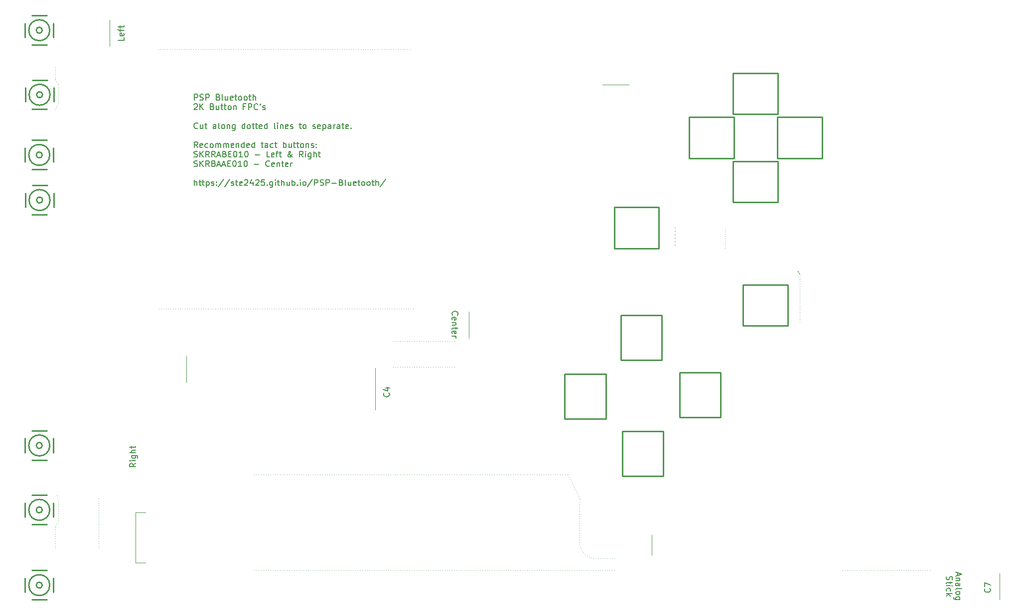
<source format=gbr>
%TF.GenerationSoftware,KiCad,Pcbnew,8.0.4*%
%TF.CreationDate,2024-08-19T21:12:56+01:00*%
%TF.ProjectId,buttonsSuper,62757474-6f6e-4735-9375-7065722e6b69,rev?*%
%TF.SameCoordinates,Original*%
%TF.FileFunction,Legend,Top*%
%TF.FilePolarity,Positive*%
%FSLAX46Y46*%
G04 Gerber Fmt 4.6, Leading zero omitted, Abs format (unit mm)*
G04 Created by KiCad (PCBNEW 8.0.4) date 2024-08-19 21:12:56*
%MOMM*%
%LPD*%
G01*
G04 APERTURE LIST*
%ADD10C,0.100000*%
%ADD11C,0.150000*%
%ADD12C,0.254000*%
%ADD13C,0.059995*%
%ADD14C,0.120000*%
G04 APERTURE END LIST*
D10*
X86962538Y-141249873D02*
X86962538Y-141249873D01*
X86962538Y-140849873D02*
X86962538Y-140849873D01*
X86962538Y-140449873D02*
X86962538Y-140449873D01*
X86962538Y-140049873D02*
X86962538Y-140049873D01*
X86962538Y-139649873D02*
X86962538Y-139649873D01*
X86962538Y-139249873D02*
X86962538Y-139249873D01*
X86962538Y-138849873D02*
X86962538Y-138849873D01*
X86962538Y-138449873D02*
X86962538Y-138449873D01*
X86962538Y-138049873D02*
X86962538Y-138049873D01*
X86962538Y-137649873D02*
X86962538Y-137649873D01*
X87462538Y-62600026D02*
X87462538Y-62600026D01*
X87462538Y-63000026D02*
X87462538Y-63000026D01*
X87462538Y-63400026D02*
X87462538Y-63400026D01*
X87462538Y-63800026D02*
X87462538Y-63800026D01*
X87462538Y-64200026D02*
X87462538Y-64200026D01*
X87462538Y-64600026D02*
X87462538Y-64600026D01*
X87462538Y-65000026D02*
X87462538Y-65000026D01*
X87462538Y-65400026D02*
X87462538Y-65400026D01*
X86962538Y-59500000D02*
X86962538Y-59500000D01*
X86962538Y-59900000D02*
X86962538Y-59900000D01*
X86962538Y-60300000D02*
X86962538Y-60300000D01*
X86962538Y-60700000D02*
X86962538Y-60700000D01*
X86962538Y-61100000D02*
X86962538Y-61100000D01*
X86962538Y-61500000D02*
X86962538Y-61500000D01*
X220725184Y-144999873D02*
X220725184Y-144999873D01*
X221125184Y-144999873D02*
X221125184Y-144999873D01*
X221525184Y-144999873D02*
X221525184Y-144999873D01*
X221925184Y-144999873D02*
X221925184Y-144999873D01*
X222325184Y-144999873D02*
X222325184Y-144999873D01*
X222725184Y-144999873D02*
X222725184Y-144999873D01*
X223125184Y-144999873D02*
X223125184Y-144999873D01*
X223525184Y-144999873D02*
X223525184Y-144999873D01*
X223925184Y-144999873D02*
X223925184Y-144999873D01*
X224325184Y-144999873D02*
X224325184Y-144999873D01*
X224725184Y-144999873D02*
X224725184Y-144999873D01*
X225125184Y-144999873D02*
X225125184Y-144999873D01*
X225525184Y-144999873D02*
X225525184Y-144999873D01*
X225925184Y-144999873D02*
X225925184Y-144999873D01*
X226325184Y-144999873D02*
X226325184Y-144999873D01*
X226725184Y-144999873D02*
X226725184Y-144999873D01*
X227125184Y-144999873D02*
X227125184Y-144999873D01*
X227525184Y-144999873D02*
X227525184Y-144999873D01*
X227925184Y-144999873D02*
X227925184Y-144999873D01*
X228325184Y-144999873D02*
X228325184Y-144999873D01*
X228725184Y-144999873D02*
X228725184Y-144999873D01*
X229125184Y-144999873D02*
X229125184Y-144999873D01*
X229525184Y-144999873D02*
X229525184Y-144999873D01*
X229925184Y-144999873D02*
X229925184Y-144999873D01*
X230325184Y-144999873D02*
X230325184Y-144999873D01*
X230725184Y-144999873D02*
X230725184Y-144999873D01*
X231125184Y-144999873D02*
X231125184Y-144999873D01*
X231525184Y-144999873D02*
X231525184Y-144999873D01*
X231925184Y-144999873D02*
X231925184Y-144999873D01*
X232325184Y-144999873D02*
X232325184Y-144999873D01*
X232725184Y-144999873D02*
X232725184Y-144999873D01*
X233125184Y-144999873D02*
X233125184Y-144999873D01*
X233525184Y-144999873D02*
X233525184Y-144999873D01*
X233925184Y-144999873D02*
X233925184Y-144999873D01*
X234325184Y-144999873D02*
X234325184Y-144999873D01*
X234725184Y-144999873D02*
X234725184Y-144999873D01*
X235125184Y-144999873D02*
X235125184Y-144999873D01*
X235525184Y-144999873D02*
X235525184Y-144999873D01*
X176000000Y-140249873D02*
X176000000Y-140249873D01*
X176000000Y-139849873D02*
X176000000Y-139849873D01*
X176000000Y-139449873D02*
X176000000Y-139449873D01*
X176000000Y-139049873D02*
X176000000Y-139049873D01*
X176000000Y-138649873D02*
X176000000Y-138649873D01*
X176000000Y-138249873D02*
X176000000Y-138249873D01*
X176000000Y-137849873D02*
X176000000Y-137849873D01*
X176000000Y-137449873D02*
X176000000Y-137449873D01*
X176000000Y-137049873D02*
X176000000Y-137049873D01*
X176000000Y-136649873D02*
X176000000Y-136649873D01*
X176000000Y-136249873D02*
X176000000Y-136249873D01*
X176000000Y-135849873D02*
X176000000Y-135849873D01*
X176000000Y-135449873D02*
X176000000Y-135449873D01*
X176000000Y-135049873D02*
X176000000Y-135049873D01*
X176000000Y-134649873D02*
X176000000Y-134649873D01*
X176000000Y-134249873D02*
X176000000Y-134249873D01*
X176000000Y-133849873D02*
X176000000Y-133849873D01*
X176000000Y-133449873D02*
X176000000Y-133449873D01*
X176000000Y-133049873D02*
X176000000Y-133049873D01*
X154725184Y-110499873D02*
X154725184Y-110499873D01*
X154325184Y-110499873D02*
X154325184Y-110499873D01*
X153925184Y-110499873D02*
X153925184Y-110499873D01*
X153525184Y-110499873D02*
X153525184Y-110499873D01*
X153125184Y-110499873D02*
X153125184Y-110499873D01*
X152725184Y-110499873D02*
X152725184Y-110499873D01*
X152325184Y-110499873D02*
X152325184Y-110499873D01*
X151925184Y-110499873D02*
X151925184Y-110499873D01*
X151525184Y-110499873D02*
X151525184Y-110499873D01*
X151125184Y-110499873D02*
X151125184Y-110499873D01*
X150725184Y-110499873D02*
X150725184Y-110499873D01*
X150325184Y-110499873D02*
X150325184Y-110499873D01*
X149925184Y-110499873D02*
X149925184Y-110499873D01*
X149525184Y-110499873D02*
X149525184Y-110499873D01*
X149125184Y-110499873D02*
X149125184Y-110499873D01*
X148725184Y-110499873D02*
X148725184Y-110499873D01*
X148325184Y-110499873D02*
X148325184Y-110499873D01*
X147925184Y-110499873D02*
X147925184Y-110499873D01*
X147525184Y-110499873D02*
X147525184Y-110499873D01*
X147125184Y-110499873D02*
X147125184Y-110499873D01*
X146725184Y-110499873D02*
X146725184Y-110499873D01*
X146325184Y-110499873D02*
X146325184Y-110499873D01*
X145925184Y-110499873D02*
X145925184Y-110499873D01*
X145525184Y-110499873D02*
X145525184Y-110499873D01*
X145125184Y-110499873D02*
X145125184Y-110499873D01*
X144725184Y-110499873D02*
X144725184Y-110499873D01*
X144325184Y-110499873D02*
X144325184Y-110499873D01*
X154725184Y-106100026D02*
X154725184Y-106100026D01*
X154325184Y-106100026D02*
X154325184Y-106100026D01*
X153925184Y-106100026D02*
X153925184Y-106100026D01*
X153525184Y-106100026D02*
X153525184Y-106100026D01*
X153125184Y-106100026D02*
X153125184Y-106100026D01*
X152725184Y-106100026D02*
X152725184Y-106100026D01*
X152325184Y-106100026D02*
X152325184Y-106100026D01*
X151925184Y-106100026D02*
X151925184Y-106100026D01*
X151525184Y-106100026D02*
X151525184Y-106100026D01*
X151125184Y-106100026D02*
X151125184Y-106100026D01*
X150725184Y-106100026D02*
X150725184Y-106100026D01*
X150325184Y-106100026D02*
X150325184Y-106100026D01*
X149925184Y-106100026D02*
X149925184Y-106100026D01*
X149525184Y-106100026D02*
X149525184Y-106100026D01*
X149125184Y-106100026D02*
X149125184Y-106100026D01*
X148725184Y-106100026D02*
X148725184Y-106100026D01*
X148325184Y-106100026D02*
X148325184Y-106100026D01*
X147925184Y-106100026D02*
X147925184Y-106100026D01*
X147525184Y-106100026D02*
X147525184Y-106100026D01*
X147125184Y-106100026D02*
X147125184Y-106100026D01*
X146725184Y-106100026D02*
X146725184Y-106100026D01*
X146325184Y-106100026D02*
X146325184Y-106100026D01*
X145925184Y-106100026D02*
X145925184Y-106100026D01*
X145525184Y-106100026D02*
X145525184Y-106100026D01*
X145125184Y-106100026D02*
X145125184Y-106100026D01*
X144725184Y-106100026D02*
X144725184Y-106100026D01*
X144325184Y-106100026D02*
X144325184Y-106100026D01*
X176000000Y-132749873D02*
X176000000Y-132749873D01*
X175821115Y-132392102D02*
X175821115Y-132392102D01*
X175642229Y-132034331D02*
X175642229Y-132034331D01*
X175463344Y-131676560D02*
X175463344Y-131676560D01*
X175284458Y-131318789D02*
X175284458Y-131318789D01*
X175105573Y-130961019D02*
X175105573Y-130961019D01*
X174926687Y-130603248D02*
X174926687Y-130603248D01*
X174747802Y-130245477D02*
X174747802Y-130245477D01*
X174568916Y-129887706D02*
X174568916Y-129887706D01*
X174390031Y-129529935D02*
X174390031Y-129529935D01*
X174211146Y-129172164D02*
X174211146Y-129172164D01*
X174032260Y-128814393D02*
X174032260Y-128814393D01*
X147225184Y-56499873D02*
X147225184Y-56499873D01*
X146825184Y-56499873D02*
X146825184Y-56499873D01*
X146425184Y-56499873D02*
X146425184Y-56499873D01*
X146025184Y-56499873D02*
X146025184Y-56499873D01*
X145625184Y-56499873D02*
X145625184Y-56499873D01*
X145225184Y-56499873D02*
X145225184Y-56499873D01*
X144825184Y-56499873D02*
X144825184Y-56499873D01*
X144425184Y-56499873D02*
X144425184Y-56499873D01*
X144025184Y-56499873D02*
X144025184Y-56499873D01*
X143625184Y-56499873D02*
X143625184Y-56499873D01*
X143225184Y-56499873D02*
X143225184Y-56499873D01*
X142825184Y-56499873D02*
X142825184Y-56499873D01*
X142425184Y-56499873D02*
X142425184Y-56499873D01*
X142025184Y-56499873D02*
X142025184Y-56499873D01*
X141625184Y-56499873D02*
X141625184Y-56499873D01*
X141225184Y-56499873D02*
X141225184Y-56499873D01*
X140825184Y-56499873D02*
X140825184Y-56499873D01*
X140425184Y-56499873D02*
X140425184Y-56499873D01*
X140025184Y-56499873D02*
X140025184Y-56499873D01*
X139625184Y-56499873D02*
X139625184Y-56499873D01*
X139225184Y-56499873D02*
X139225184Y-56499873D01*
X138825184Y-56499873D02*
X138825184Y-56499873D01*
X138425184Y-56499873D02*
X138425184Y-56499873D01*
X138025184Y-56499873D02*
X138025184Y-56499873D01*
X137625184Y-56499873D02*
X137625184Y-56499873D01*
X137225184Y-56499873D02*
X137225184Y-56499873D01*
X136825184Y-56499873D02*
X136825184Y-56499873D01*
X136425184Y-56499873D02*
X136425184Y-56499873D01*
X136025184Y-56499873D02*
X136025184Y-56499873D01*
X135625184Y-56499873D02*
X135625184Y-56499873D01*
X135225184Y-56499873D02*
X135225184Y-56499873D01*
X134825184Y-56499873D02*
X134825184Y-56499873D01*
X134425184Y-56499873D02*
X134425184Y-56499873D01*
X134025184Y-56499873D02*
X134025184Y-56499873D01*
X133625184Y-56499873D02*
X133625184Y-56499873D01*
X133225184Y-56499873D02*
X133225184Y-56499873D01*
X132825184Y-56499873D02*
X132825184Y-56499873D01*
X132425184Y-56499873D02*
X132425184Y-56499873D01*
X132025184Y-56499873D02*
X132025184Y-56499873D01*
X131625184Y-56499873D02*
X131625184Y-56499873D01*
X131225184Y-56499873D02*
X131225184Y-56499873D01*
X130825184Y-56499873D02*
X130825184Y-56499873D01*
X130425184Y-56499873D02*
X130425184Y-56499873D01*
X130025184Y-56499873D02*
X130025184Y-56499873D01*
X129625184Y-56499873D02*
X129625184Y-56499873D01*
X129225184Y-56499873D02*
X129225184Y-56499873D01*
X128825184Y-56499873D02*
X128825184Y-56499873D01*
X128425184Y-56499873D02*
X128425184Y-56499873D01*
X128025184Y-56499873D02*
X128025184Y-56499873D01*
X127625184Y-56499873D02*
X127625184Y-56499873D01*
X127225184Y-56499873D02*
X127225184Y-56499873D01*
X126825184Y-56499873D02*
X126825184Y-56499873D01*
X126425184Y-56499873D02*
X126425184Y-56499873D01*
X126025184Y-56499873D02*
X126025184Y-56499873D01*
X125625184Y-56499873D02*
X125625184Y-56499873D01*
X125225184Y-56499873D02*
X125225184Y-56499873D01*
X124825184Y-56499873D02*
X124825184Y-56499873D01*
X124425184Y-56499873D02*
X124425184Y-56499873D01*
X124025184Y-56499873D02*
X124025184Y-56499873D01*
X123625184Y-56499873D02*
X123625184Y-56499873D01*
X123225184Y-56499873D02*
X123225184Y-56499873D01*
X122825184Y-56499873D02*
X122825184Y-56499873D01*
X122425184Y-56499873D02*
X122425184Y-56499873D01*
X122025184Y-56499873D02*
X122025184Y-56499873D01*
X121625184Y-56499873D02*
X121625184Y-56499873D01*
X121225184Y-56499873D02*
X121225184Y-56499873D01*
X120825184Y-56499873D02*
X120825184Y-56499873D01*
X120425184Y-56499873D02*
X120425184Y-56499873D01*
X120025184Y-56499873D02*
X120025184Y-56499873D01*
X119625184Y-56499873D02*
X119625184Y-56499873D01*
X119225184Y-56499873D02*
X119225184Y-56499873D01*
X118825184Y-56499873D02*
X118825184Y-56499873D01*
X118425184Y-56499873D02*
X118425184Y-56499873D01*
X118025184Y-56499873D02*
X118025184Y-56499873D01*
X117625184Y-56499873D02*
X117625184Y-56499873D01*
X117225184Y-56499873D02*
X117225184Y-56499873D01*
X116825184Y-56499873D02*
X116825184Y-56499873D01*
X116425184Y-56499873D02*
X116425184Y-56499873D01*
X116025184Y-56499873D02*
X116025184Y-56499873D01*
X115625184Y-56499873D02*
X115625184Y-56499873D01*
X115225184Y-56499873D02*
X115225184Y-56499873D01*
X114825184Y-56499873D02*
X114825184Y-56499873D01*
X114425184Y-56499873D02*
X114425184Y-56499873D01*
X114025184Y-56499873D02*
X114025184Y-56499873D01*
X113625184Y-56499873D02*
X113625184Y-56499873D01*
X113225184Y-56499873D02*
X113225184Y-56499873D01*
X112825184Y-56499873D02*
X112825184Y-56499873D01*
X112425184Y-56499873D02*
X112425184Y-56499873D01*
X112025184Y-56499873D02*
X112025184Y-56499873D01*
X111625184Y-56499873D02*
X111625184Y-56499873D01*
X111225184Y-56499873D02*
X111225184Y-56499873D01*
X110825184Y-56499873D02*
X110825184Y-56499873D01*
X110425184Y-56499873D02*
X110425184Y-56499873D01*
X110025184Y-56499873D02*
X110025184Y-56499873D01*
X109625184Y-56499873D02*
X109625184Y-56499873D01*
X109225184Y-56499873D02*
X109225184Y-56499873D01*
X108825184Y-56499873D02*
X108825184Y-56499873D01*
X108425184Y-56499873D02*
X108425184Y-56499873D01*
X108025184Y-56499873D02*
X108025184Y-56499873D01*
X107625184Y-56499873D02*
X107625184Y-56499873D01*
X107225184Y-56499873D02*
X107225184Y-56499873D01*
X106825184Y-56499873D02*
X106825184Y-56499873D01*
X106425184Y-56499873D02*
X106425184Y-56499873D01*
X106025184Y-56499873D02*
X106025184Y-56499873D01*
X105625184Y-56499873D02*
X105625184Y-56499873D01*
X105225184Y-56499873D02*
X105225184Y-56499873D01*
X104825184Y-56499873D02*
X104825184Y-56499873D01*
X104425184Y-56499873D02*
X104425184Y-56499873D01*
X213425038Y-102749873D02*
X213425038Y-102749873D01*
X213425038Y-102349873D02*
X213425038Y-102349873D01*
X213425038Y-101949873D02*
X213425038Y-101949873D01*
X213425038Y-101549873D02*
X213425038Y-101549873D01*
X213425038Y-101149873D02*
X213425038Y-101149873D01*
X213425038Y-100749873D02*
X213425038Y-100749873D01*
X213425038Y-100349873D02*
X213425038Y-100349873D01*
X213425038Y-99949873D02*
X213425038Y-99949873D01*
X213425038Y-99549873D02*
X213425038Y-99549873D01*
X213425038Y-99149873D02*
X213425038Y-99149873D01*
X213425038Y-98749873D02*
X213425038Y-98749873D01*
X213425038Y-98349873D02*
X213425038Y-98349873D01*
X213425038Y-97949873D02*
X213425038Y-97949873D01*
X213425038Y-97549873D02*
X213425038Y-97549873D01*
X213425038Y-97149873D02*
X213425038Y-97149873D01*
X213425038Y-96749873D02*
X213425038Y-96749873D01*
X213425038Y-96349873D02*
X213425038Y-96349873D01*
X213425038Y-95949873D02*
X213425038Y-95949873D01*
X213425038Y-95549873D02*
X213425038Y-95549873D01*
X213425038Y-95149873D02*
X213425038Y-95149873D01*
X213425038Y-94749873D02*
X213425038Y-94749873D01*
X178750000Y-142999873D02*
X178750000Y-142999873D01*
X179150000Y-142999873D02*
X179150000Y-142999873D01*
X179550000Y-142999873D02*
X179550000Y-142999873D01*
X179950000Y-142999873D02*
X179950000Y-142999873D01*
X180350000Y-142999873D02*
X180350000Y-142999873D01*
X180750000Y-142999873D02*
X180750000Y-142999873D01*
X181150000Y-142999873D02*
X181150000Y-142999873D01*
X181550000Y-142999873D02*
X181550000Y-142999873D01*
X181950000Y-142999873D02*
X181950000Y-142999873D01*
X120725184Y-128749873D02*
X120725184Y-128749873D01*
X121125184Y-128749873D02*
X121125184Y-128749873D01*
X121525184Y-128749873D02*
X121525184Y-128749873D01*
X121925184Y-128749873D02*
X121925184Y-128749873D01*
X122325184Y-128749873D02*
X122325184Y-128749873D01*
X122725184Y-128749873D02*
X122725184Y-128749873D01*
X123125184Y-128749873D02*
X123125184Y-128749873D01*
X123525184Y-128749873D02*
X123525184Y-128749873D01*
X123925184Y-128749873D02*
X123925184Y-128749873D01*
X124325184Y-128749873D02*
X124325184Y-128749873D01*
X124725184Y-128749873D02*
X124725184Y-128749873D01*
X125125184Y-128749873D02*
X125125184Y-128749873D01*
X125525184Y-128749873D02*
X125525184Y-128749873D01*
X125925184Y-128749873D02*
X125925184Y-128749873D01*
X126325184Y-128749873D02*
X126325184Y-128749873D01*
X126725184Y-128749873D02*
X126725184Y-128749873D01*
X127125184Y-128749873D02*
X127125184Y-128749873D01*
X127525184Y-128749873D02*
X127525184Y-128749873D01*
X127925184Y-128749873D02*
X127925184Y-128749873D01*
X128325184Y-128749873D02*
X128325184Y-128749873D01*
X128725184Y-128749873D02*
X128725184Y-128749873D01*
X129125184Y-128749873D02*
X129125184Y-128749873D01*
X129525184Y-128749873D02*
X129525184Y-128749873D01*
X129925184Y-128749873D02*
X129925184Y-128749873D01*
X130325184Y-128749873D02*
X130325184Y-128749873D01*
X130725184Y-128749873D02*
X130725184Y-128749873D01*
X131125184Y-128749873D02*
X131125184Y-128749873D01*
X131525184Y-128749873D02*
X131525184Y-128749873D01*
X131925184Y-128749873D02*
X131925184Y-128749873D01*
X132325184Y-128749873D02*
X132325184Y-128749873D01*
X132725184Y-128749873D02*
X132725184Y-128749873D01*
X133125184Y-128749873D02*
X133125184Y-128749873D01*
X133525184Y-128749873D02*
X133525184Y-128749873D01*
X133925184Y-128749873D02*
X133925184Y-128749873D01*
X134325184Y-128749873D02*
X134325184Y-128749873D01*
X134725184Y-128749873D02*
X134725184Y-128749873D01*
X135125184Y-128749873D02*
X135125184Y-128749873D01*
X135525184Y-128749873D02*
X135525184Y-128749873D01*
X135925184Y-128749873D02*
X135925184Y-128749873D01*
X136325184Y-128749873D02*
X136325184Y-128749873D01*
X136725184Y-128749873D02*
X136725184Y-128749873D01*
X137125184Y-128749873D02*
X137125184Y-128749873D01*
X137525184Y-128749873D02*
X137525184Y-128749873D01*
X137925184Y-128749873D02*
X137925184Y-128749873D01*
X138325184Y-128749873D02*
X138325184Y-128749873D01*
X138725184Y-128749873D02*
X138725184Y-128749873D01*
X139125184Y-128749873D02*
X139125184Y-128749873D01*
X139525184Y-128749873D02*
X139525184Y-128749873D01*
X139925184Y-128749873D02*
X139925184Y-128749873D01*
X140325184Y-128749873D02*
X140325184Y-128749873D01*
X140725184Y-128749873D02*
X140725184Y-128749873D01*
X141125184Y-128749873D02*
X141125184Y-128749873D01*
X141525184Y-128749873D02*
X141525184Y-128749873D01*
X141925184Y-128749873D02*
X141925184Y-128749873D01*
X142325184Y-128749873D02*
X142325184Y-128749873D01*
X142725184Y-128749873D02*
X142725184Y-128749873D01*
X143125184Y-128749873D02*
X143125184Y-128749873D01*
X143525184Y-128749873D02*
X143525184Y-128749873D01*
X143925184Y-128749873D02*
X143925184Y-128749873D01*
X144325184Y-128749873D02*
X144325184Y-128749873D01*
X144725184Y-128749873D02*
X144725184Y-128749873D01*
X145125184Y-128749873D02*
X145125184Y-128749873D01*
X145525184Y-128749873D02*
X145525184Y-128749873D01*
X145925184Y-128749873D02*
X145925184Y-128749873D01*
X146325184Y-128749873D02*
X146325184Y-128749873D01*
X146725184Y-128749873D02*
X146725184Y-128749873D01*
X147125184Y-128749873D02*
X147125184Y-128749873D01*
X147525184Y-128749873D02*
X147525184Y-128749873D01*
X147925184Y-128749873D02*
X147925184Y-128749873D01*
X148325184Y-128749873D02*
X148325184Y-128749873D01*
X148725184Y-128749873D02*
X148725184Y-128749873D01*
X149125184Y-128749873D02*
X149125184Y-128749873D01*
X149525184Y-128749873D02*
X149525184Y-128749873D01*
X149925184Y-128749873D02*
X149925184Y-128749873D01*
X150325184Y-128749873D02*
X150325184Y-128749873D01*
X150725184Y-128749873D02*
X150725184Y-128749873D01*
X151125184Y-128749873D02*
X151125184Y-128749873D01*
X151525184Y-128749873D02*
X151525184Y-128749873D01*
X151925184Y-128749873D02*
X151925184Y-128749873D01*
X152325184Y-128749873D02*
X152325184Y-128749873D01*
X152725184Y-128749873D02*
X152725184Y-128749873D01*
X153125184Y-128749873D02*
X153125184Y-128749873D01*
X153525184Y-128749873D02*
X153525184Y-128749873D01*
X153925184Y-128749873D02*
X153925184Y-128749873D01*
X154325184Y-128749873D02*
X154325184Y-128749873D01*
X154725184Y-128749873D02*
X154725184Y-128749873D01*
X155125184Y-128749873D02*
X155125184Y-128749873D01*
X155525184Y-128749873D02*
X155525184Y-128749873D01*
X155925184Y-128749873D02*
X155925184Y-128749873D01*
X156325184Y-128749873D02*
X156325184Y-128749873D01*
X156725184Y-128749873D02*
X156725184Y-128749873D01*
X157125184Y-128749873D02*
X157125184Y-128749873D01*
X157525184Y-128749873D02*
X157525184Y-128749873D01*
X157925184Y-128749873D02*
X157925184Y-128749873D01*
X158325184Y-128749873D02*
X158325184Y-128749873D01*
X158725184Y-128749873D02*
X158725184Y-128749873D01*
X159125184Y-128749873D02*
X159125184Y-128749873D01*
X159525184Y-128749873D02*
X159525184Y-128749873D01*
X159925184Y-128749873D02*
X159925184Y-128749873D01*
X160325184Y-128749873D02*
X160325184Y-128749873D01*
X160725184Y-128749873D02*
X160725184Y-128749873D01*
X161125184Y-128749873D02*
X161125184Y-128749873D01*
X161525184Y-128749873D02*
X161525184Y-128749873D01*
X161925184Y-128749873D02*
X161925184Y-128749873D01*
X162325184Y-128749873D02*
X162325184Y-128749873D01*
X162725184Y-128749873D02*
X162725184Y-128749873D01*
X163125184Y-128749873D02*
X163125184Y-128749873D01*
X163525184Y-128749873D02*
X163525184Y-128749873D01*
X163925184Y-128749873D02*
X163925184Y-128749873D01*
X164325184Y-128749873D02*
X164325184Y-128749873D01*
X164725184Y-128749873D02*
X164725184Y-128749873D01*
X165125184Y-128749873D02*
X165125184Y-128749873D01*
X165525184Y-128749873D02*
X165525184Y-128749873D01*
X165925184Y-128749873D02*
X165925184Y-128749873D01*
X166325184Y-128749873D02*
X166325184Y-128749873D01*
X166725184Y-128749873D02*
X166725184Y-128749873D01*
X167125184Y-128749873D02*
X167125184Y-128749873D01*
X167525184Y-128749873D02*
X167525184Y-128749873D01*
X167925184Y-128749873D02*
X167925184Y-128749873D01*
X168325184Y-128749873D02*
X168325184Y-128749873D01*
X168725184Y-128749873D02*
X168725184Y-128749873D01*
X169125184Y-128749873D02*
X169125184Y-128749873D01*
X169525184Y-128749873D02*
X169525184Y-128749873D01*
X169925184Y-128749873D02*
X169925184Y-128749873D01*
X170325184Y-128749873D02*
X170325184Y-128749873D01*
X170725184Y-128749873D02*
X170725184Y-128749873D01*
X171125184Y-128749873D02*
X171125184Y-128749873D01*
X171525184Y-128749873D02*
X171525184Y-128749873D01*
X171925184Y-128749873D02*
X171925184Y-128749873D01*
X172325184Y-128749873D02*
X172325184Y-128749873D01*
X172725184Y-128749873D02*
X172725184Y-128749873D01*
X173125184Y-128749873D02*
X173125184Y-128749873D01*
X173525184Y-128749873D02*
X173525184Y-128749873D01*
X173925184Y-128749873D02*
X173925184Y-128749873D01*
X94299024Y-141249873D02*
X94299024Y-141249873D01*
X94299024Y-140849873D02*
X94299024Y-140849873D01*
X94299024Y-140449873D02*
X94299024Y-140449873D01*
X94299024Y-140049873D02*
X94299024Y-140049873D01*
X94299024Y-139649873D02*
X94299024Y-139649873D01*
X94299024Y-139249873D02*
X94299024Y-139249873D01*
X94299024Y-138849873D02*
X94299024Y-138849873D01*
X94299024Y-138449873D02*
X94299024Y-138449873D01*
X94299024Y-138049873D02*
X94299024Y-138049873D01*
X94299024Y-137649873D02*
X94299024Y-137649873D01*
X94299024Y-137249873D02*
X94299024Y-137249873D01*
X94299024Y-136849873D02*
X94299024Y-136849873D01*
X94299024Y-136449873D02*
X94299024Y-136449873D01*
X94299024Y-136049873D02*
X94299024Y-136049873D01*
X94299024Y-135649873D02*
X94299024Y-135649873D01*
X94299024Y-135249873D02*
X94299024Y-135249873D01*
X94299024Y-134849873D02*
X94299024Y-134849873D01*
X94299024Y-134449873D02*
X94299024Y-134449873D01*
X94299024Y-134049873D02*
X94299024Y-134049873D01*
X94299024Y-133649873D02*
X94299024Y-133649873D01*
X94299024Y-133249873D02*
X94299024Y-133249873D01*
X94299024Y-132849873D02*
X94299024Y-132849873D01*
X213425038Y-94749873D02*
X213075038Y-94149873D01*
X87462538Y-133100026D02*
X87462538Y-133100026D01*
X87310238Y-132730155D02*
X87310238Y-132730155D01*
X87157938Y-132360284D02*
X87157938Y-132360284D01*
X87462538Y-136600026D02*
X87462538Y-136600026D01*
X87462538Y-136200026D02*
X87462538Y-136200026D01*
X87462538Y-135800026D02*
X87462538Y-135800026D01*
X87462538Y-135400026D02*
X87462538Y-135400026D01*
X87462538Y-135000026D02*
X87462538Y-135000026D01*
X87462538Y-134600026D02*
X87462538Y-134600026D01*
X87462538Y-134200026D02*
X87462538Y-134200026D01*
X87462538Y-133800026D02*
X87462538Y-133800026D01*
X87462538Y-133400026D02*
X87462538Y-133400026D01*
X86962538Y-61600026D02*
X86962538Y-61600026D01*
X87141423Y-61957797D02*
X87141423Y-61957797D01*
X87320309Y-62315568D02*
X87320309Y-62315568D01*
X178750000Y-142999873D02*
X178750000Y-142999873D01*
X178351409Y-142970833D02*
X178351409Y-142970833D01*
X177961236Y-142884326D02*
X177961236Y-142884326D01*
X177587722Y-142742180D02*
X177587722Y-142742180D01*
X177238756Y-142547397D02*
X177238756Y-142547397D01*
X176921707Y-142304090D02*
X176921707Y-142304090D01*
X176643272Y-142017398D02*
X176643272Y-142017398D01*
X176409332Y-141693376D02*
X176409332Y-141693376D01*
X176224827Y-141338868D02*
X176224827Y-141338868D01*
X176093654Y-140961361D02*
X176093654Y-140961361D01*
X176018583Y-140568828D02*
X176018583Y-140568828D01*
X147725184Y-100600026D02*
X147725184Y-100600026D01*
X147325184Y-100600026D02*
X147325184Y-100600026D01*
X146925184Y-100600026D02*
X146925184Y-100600026D01*
X146525184Y-100600026D02*
X146525184Y-100600026D01*
X146125184Y-100600026D02*
X146125184Y-100600026D01*
X145725184Y-100600026D02*
X145725184Y-100600026D01*
X145325184Y-100600026D02*
X145325184Y-100600026D01*
X144925184Y-100600026D02*
X144925184Y-100600026D01*
X144525184Y-100600026D02*
X144525184Y-100600026D01*
X144125184Y-100600026D02*
X144125184Y-100600026D01*
X143725184Y-100600026D02*
X143725184Y-100600026D01*
X143325184Y-100600026D02*
X143325184Y-100600026D01*
X142925184Y-100600026D02*
X142925184Y-100600026D01*
X142525184Y-100600026D02*
X142525184Y-100600026D01*
X142125184Y-100600026D02*
X142125184Y-100600026D01*
X141725184Y-100600026D02*
X141725184Y-100600026D01*
X141325184Y-100600026D02*
X141325184Y-100600026D01*
X140925184Y-100600026D02*
X140925184Y-100600026D01*
X140525184Y-100600026D02*
X140525184Y-100600026D01*
X140125184Y-100600026D02*
X140125184Y-100600026D01*
X139725184Y-100600026D02*
X139725184Y-100600026D01*
X139325184Y-100600026D02*
X139325184Y-100600026D01*
X138925184Y-100600026D02*
X138925184Y-100600026D01*
X138525184Y-100600026D02*
X138525184Y-100600026D01*
X138125184Y-100600026D02*
X138125184Y-100600026D01*
X137725184Y-100600026D02*
X137725184Y-100600026D01*
X137325184Y-100600026D02*
X137325184Y-100600026D01*
X136925184Y-100600026D02*
X136925184Y-100600026D01*
X136525184Y-100600026D02*
X136525184Y-100600026D01*
X136125184Y-100600026D02*
X136125184Y-100600026D01*
X135725184Y-100600026D02*
X135725184Y-100600026D01*
X135325184Y-100600026D02*
X135325184Y-100600026D01*
X134925184Y-100600026D02*
X134925184Y-100600026D01*
X134525184Y-100600026D02*
X134525184Y-100600026D01*
X134125184Y-100600026D02*
X134125184Y-100600026D01*
X133725184Y-100600026D02*
X133725184Y-100600026D01*
X133325184Y-100600026D02*
X133325184Y-100600026D01*
X132925184Y-100600026D02*
X132925184Y-100600026D01*
X132525184Y-100600026D02*
X132525184Y-100600026D01*
X132125184Y-100600026D02*
X132125184Y-100600026D01*
X131725184Y-100600026D02*
X131725184Y-100600026D01*
X131325184Y-100600026D02*
X131325184Y-100600026D01*
X130925184Y-100600026D02*
X130925184Y-100600026D01*
X130525184Y-100600026D02*
X130525184Y-100600026D01*
X130125184Y-100600026D02*
X130125184Y-100600026D01*
X129725184Y-100600026D02*
X129725184Y-100600026D01*
X129325184Y-100600026D02*
X129325184Y-100600026D01*
X128925184Y-100600026D02*
X128925184Y-100600026D01*
X128525184Y-100600026D02*
X128525184Y-100600026D01*
X128125184Y-100600026D02*
X128125184Y-100600026D01*
X127725184Y-100600026D02*
X127725184Y-100600026D01*
X127325184Y-100600026D02*
X127325184Y-100600026D01*
X126925184Y-100600026D02*
X126925184Y-100600026D01*
X126525184Y-100600026D02*
X126525184Y-100600026D01*
X126125184Y-100600026D02*
X126125184Y-100600026D01*
X125725184Y-100600026D02*
X125725184Y-100600026D01*
X125325184Y-100600026D02*
X125325184Y-100600026D01*
X124925184Y-100600026D02*
X124925184Y-100600026D01*
X124525184Y-100600026D02*
X124525184Y-100600026D01*
X124125184Y-100600026D02*
X124125184Y-100600026D01*
X123725184Y-100600026D02*
X123725184Y-100600026D01*
X123325184Y-100600026D02*
X123325184Y-100600026D01*
X122925184Y-100600026D02*
X122925184Y-100600026D01*
X122525184Y-100600026D02*
X122525184Y-100600026D01*
X122125184Y-100600026D02*
X122125184Y-100600026D01*
X121725184Y-100600026D02*
X121725184Y-100600026D01*
X121325184Y-100600026D02*
X121325184Y-100600026D01*
X120925184Y-100600026D02*
X120925184Y-100600026D01*
X120525184Y-100600026D02*
X120525184Y-100600026D01*
X120125184Y-100600026D02*
X120125184Y-100600026D01*
X119725184Y-100600026D02*
X119725184Y-100600026D01*
X119325184Y-100600026D02*
X119325184Y-100600026D01*
X118925184Y-100600026D02*
X118925184Y-100600026D01*
X118525184Y-100600026D02*
X118525184Y-100600026D01*
X118125184Y-100600026D02*
X118125184Y-100600026D01*
X117725184Y-100600026D02*
X117725184Y-100600026D01*
X117325184Y-100600026D02*
X117325184Y-100600026D01*
X116925184Y-100600026D02*
X116925184Y-100600026D01*
X116525184Y-100600026D02*
X116525184Y-100600026D01*
X116125184Y-100600026D02*
X116125184Y-100600026D01*
X115725184Y-100600026D02*
X115725184Y-100600026D01*
X115325184Y-100600026D02*
X115325184Y-100600026D01*
X114925184Y-100600026D02*
X114925184Y-100600026D01*
X114525184Y-100600026D02*
X114525184Y-100600026D01*
X114125184Y-100600026D02*
X114125184Y-100600026D01*
X113725184Y-100600026D02*
X113725184Y-100600026D01*
X113325184Y-100600026D02*
X113325184Y-100600026D01*
X112925184Y-100600026D02*
X112925184Y-100600026D01*
X112525184Y-100600026D02*
X112525184Y-100600026D01*
X112125184Y-100600026D02*
X112125184Y-100600026D01*
X111725184Y-100600026D02*
X111725184Y-100600026D01*
X111325184Y-100600026D02*
X111325184Y-100600026D01*
X110925184Y-100600026D02*
X110925184Y-100600026D01*
X110525184Y-100600026D02*
X110525184Y-100600026D01*
X110125184Y-100600026D02*
X110125184Y-100600026D01*
X109725184Y-100600026D02*
X109725184Y-100600026D01*
X109325184Y-100600026D02*
X109325184Y-100600026D01*
X108925184Y-100600026D02*
X108925184Y-100600026D01*
X108525184Y-100600026D02*
X108525184Y-100600026D01*
X108125184Y-100600026D02*
X108125184Y-100600026D01*
X107725184Y-100600026D02*
X107725184Y-100600026D01*
X107325184Y-100600026D02*
X107325184Y-100600026D01*
X106925184Y-100600026D02*
X106925184Y-100600026D01*
X106525184Y-100600026D02*
X106525184Y-100600026D01*
X106125184Y-100600026D02*
X106125184Y-100600026D01*
X105725184Y-100600026D02*
X105725184Y-100600026D01*
X105325184Y-100600026D02*
X105325184Y-100600026D01*
X104925184Y-100600026D02*
X104925184Y-100600026D01*
X104525184Y-100600026D02*
X104525184Y-100600026D01*
X120725184Y-144999873D02*
X120725184Y-144999873D01*
X121125184Y-144999873D02*
X121125184Y-144999873D01*
X121525184Y-144999873D02*
X121525184Y-144999873D01*
X121925184Y-144999873D02*
X121925184Y-144999873D01*
X122325184Y-144999873D02*
X122325184Y-144999873D01*
X122725184Y-144999873D02*
X122725184Y-144999873D01*
X123125184Y-144999873D02*
X123125184Y-144999873D01*
X123525184Y-144999873D02*
X123525184Y-144999873D01*
X123925184Y-144999873D02*
X123925184Y-144999873D01*
X124325184Y-144999873D02*
X124325184Y-144999873D01*
X124725184Y-144999873D02*
X124725184Y-144999873D01*
X125125184Y-144999873D02*
X125125184Y-144999873D01*
X125525184Y-144999873D02*
X125525184Y-144999873D01*
X125925184Y-144999873D02*
X125925184Y-144999873D01*
X126325184Y-144999873D02*
X126325184Y-144999873D01*
X126725184Y-144999873D02*
X126725184Y-144999873D01*
X127125184Y-144999873D02*
X127125184Y-144999873D01*
X127525184Y-144999873D02*
X127525184Y-144999873D01*
X127925184Y-144999873D02*
X127925184Y-144999873D01*
X128325184Y-144999873D02*
X128325184Y-144999873D01*
X128725184Y-144999873D02*
X128725184Y-144999873D01*
X129125184Y-144999873D02*
X129125184Y-144999873D01*
X129525184Y-144999873D02*
X129525184Y-144999873D01*
X129925184Y-144999873D02*
X129925184Y-144999873D01*
X130325184Y-144999873D02*
X130325184Y-144999873D01*
X130725184Y-144999873D02*
X130725184Y-144999873D01*
X131125184Y-144999873D02*
X131125184Y-144999873D01*
X131525184Y-144999873D02*
X131525184Y-144999873D01*
X131925184Y-144999873D02*
X131925184Y-144999873D01*
X132325184Y-144999873D02*
X132325184Y-144999873D01*
X132725184Y-144999873D02*
X132725184Y-144999873D01*
X133125184Y-144999873D02*
X133125184Y-144999873D01*
X133525184Y-144999873D02*
X133525184Y-144999873D01*
X133925184Y-144999873D02*
X133925184Y-144999873D01*
X134325184Y-144999873D02*
X134325184Y-144999873D01*
X134725184Y-144999873D02*
X134725184Y-144999873D01*
X135125184Y-144999873D02*
X135125184Y-144999873D01*
X135525184Y-144999873D02*
X135525184Y-144999873D01*
X135925184Y-144999873D02*
X135925184Y-144999873D01*
X136325184Y-144999873D02*
X136325184Y-144999873D01*
X136725184Y-144999873D02*
X136725184Y-144999873D01*
X137125184Y-144999873D02*
X137125184Y-144999873D01*
X137525184Y-144999873D02*
X137525184Y-144999873D01*
X137925184Y-144999873D02*
X137925184Y-144999873D01*
X138325184Y-144999873D02*
X138325184Y-144999873D01*
X138725184Y-144999873D02*
X138725184Y-144999873D01*
X139125184Y-144999873D02*
X139125184Y-144999873D01*
X139525184Y-144999873D02*
X139525184Y-144999873D01*
X139925184Y-144999873D02*
X139925184Y-144999873D01*
X140325184Y-144999873D02*
X140325184Y-144999873D01*
X140725184Y-144999873D02*
X140725184Y-144999873D01*
X141125184Y-144999873D02*
X141125184Y-144999873D01*
X141525184Y-144999873D02*
X141525184Y-144999873D01*
X141925184Y-144999873D02*
X141925184Y-144999873D01*
X142325184Y-144999873D02*
X142325184Y-144999873D01*
X142725184Y-144999873D02*
X142725184Y-144999873D01*
X143125184Y-144999873D02*
X143125184Y-144999873D01*
X143525184Y-144999873D02*
X143525184Y-144999873D01*
X143925184Y-144999873D02*
X143925184Y-144999873D01*
X144325184Y-144999873D02*
X144325184Y-144999873D01*
X144725184Y-144999873D02*
X144725184Y-144999873D01*
X145125184Y-144999873D02*
X145125184Y-144999873D01*
X145525184Y-144999873D02*
X145525184Y-144999873D01*
X145925184Y-144999873D02*
X145925184Y-144999873D01*
X146325184Y-144999873D02*
X146325184Y-144999873D01*
X146725184Y-144999873D02*
X146725184Y-144999873D01*
X147125184Y-144999873D02*
X147125184Y-144999873D01*
X147525184Y-144999873D02*
X147525184Y-144999873D01*
X147925184Y-144999873D02*
X147925184Y-144999873D01*
X148325184Y-144999873D02*
X148325184Y-144999873D01*
X148725184Y-144999873D02*
X148725184Y-144999873D01*
X149125184Y-144999873D02*
X149125184Y-144999873D01*
X149525184Y-144999873D02*
X149525184Y-144999873D01*
X149925184Y-144999873D02*
X149925184Y-144999873D01*
X150325184Y-144999873D02*
X150325184Y-144999873D01*
X150725184Y-144999873D02*
X150725184Y-144999873D01*
X151125184Y-144999873D02*
X151125184Y-144999873D01*
X151525184Y-144999873D02*
X151525184Y-144999873D01*
X151925184Y-144999873D02*
X151925184Y-144999873D01*
X152325184Y-144999873D02*
X152325184Y-144999873D01*
X152725184Y-144999873D02*
X152725184Y-144999873D01*
X153125184Y-144999873D02*
X153125184Y-144999873D01*
X153525184Y-144999873D02*
X153525184Y-144999873D01*
X153925184Y-144999873D02*
X153925184Y-144999873D01*
X154325184Y-144999873D02*
X154325184Y-144999873D01*
X154725184Y-144999873D02*
X154725184Y-144999873D01*
X155125184Y-144999873D02*
X155125184Y-144999873D01*
X155525184Y-144999873D02*
X155525184Y-144999873D01*
X155925184Y-144999873D02*
X155925184Y-144999873D01*
X156325184Y-144999873D02*
X156325184Y-144999873D01*
X156725184Y-144999873D02*
X156725184Y-144999873D01*
X157125184Y-144999873D02*
X157125184Y-144999873D01*
X157525184Y-144999873D02*
X157525184Y-144999873D01*
X157925184Y-144999873D02*
X157925184Y-144999873D01*
X158325184Y-144999873D02*
X158325184Y-144999873D01*
X158725184Y-144999873D02*
X158725184Y-144999873D01*
X159125184Y-144999873D02*
X159125184Y-144999873D01*
X159525184Y-144999873D02*
X159525184Y-144999873D01*
X159925184Y-144999873D02*
X159925184Y-144999873D01*
X160325184Y-144999873D02*
X160325184Y-144999873D01*
X160725184Y-144999873D02*
X160725184Y-144999873D01*
X161125184Y-144999873D02*
X161125184Y-144999873D01*
X161525184Y-144999873D02*
X161525184Y-144999873D01*
X161925184Y-144999873D02*
X161925184Y-144999873D01*
X162325184Y-144999873D02*
X162325184Y-144999873D01*
X162725184Y-144999873D02*
X162725184Y-144999873D01*
X163125184Y-144999873D02*
X163125184Y-144999873D01*
X163525184Y-144999873D02*
X163525184Y-144999873D01*
X163925184Y-144999873D02*
X163925184Y-144999873D01*
X164325184Y-144999873D02*
X164325184Y-144999873D01*
X164725184Y-144999873D02*
X164725184Y-144999873D01*
X165125184Y-144999873D02*
X165125184Y-144999873D01*
X165525184Y-144999873D02*
X165525184Y-144999873D01*
X165925184Y-144999873D02*
X165925184Y-144999873D01*
X166325184Y-144999873D02*
X166325184Y-144999873D01*
X166725184Y-144999873D02*
X166725184Y-144999873D01*
X167125184Y-144999873D02*
X167125184Y-144999873D01*
X167525184Y-144999873D02*
X167525184Y-144999873D01*
X167925184Y-144999873D02*
X167925184Y-144999873D01*
X168325184Y-144999873D02*
X168325184Y-144999873D01*
X168725184Y-144999873D02*
X168725184Y-144999873D01*
X169125184Y-144999873D02*
X169125184Y-144999873D01*
X169525184Y-144999873D02*
X169525184Y-144999873D01*
X169925184Y-144999873D02*
X169925184Y-144999873D01*
X170325184Y-144999873D02*
X170325184Y-144999873D01*
X170725184Y-144999873D02*
X170725184Y-144999873D01*
X171125184Y-144999873D02*
X171125184Y-144999873D01*
X171525184Y-144999873D02*
X171525184Y-144999873D01*
X171925184Y-144999873D02*
X171925184Y-144999873D01*
X172325184Y-144999873D02*
X172325184Y-144999873D01*
X172725184Y-144999873D02*
X172725184Y-144999873D01*
X173125184Y-144999873D02*
X173125184Y-144999873D01*
X173525184Y-144999873D02*
X173525184Y-144999873D01*
X173925184Y-144999873D02*
X173925184Y-144999873D01*
X174325184Y-144999873D02*
X174325184Y-144999873D01*
X174725184Y-144999873D02*
X174725184Y-144999873D01*
X175125184Y-144999873D02*
X175125184Y-144999873D01*
X175525184Y-144999873D02*
X175525184Y-144999873D01*
X175925184Y-144999873D02*
X175925184Y-144999873D01*
X176325184Y-144999873D02*
X176325184Y-144999873D01*
X176725184Y-144999873D02*
X176725184Y-144999873D01*
X177125184Y-144999873D02*
X177125184Y-144999873D01*
X177525184Y-144999873D02*
X177525184Y-144999873D01*
X177925184Y-144999873D02*
X177925184Y-144999873D01*
X178325184Y-144999873D02*
X178325184Y-144999873D01*
X178725184Y-144999873D02*
X178725184Y-144999873D01*
X179125184Y-144999873D02*
X179125184Y-144999873D01*
X179525184Y-144999873D02*
X179525184Y-144999873D01*
X179925184Y-144999873D02*
X179925184Y-144999873D01*
X180325184Y-144999873D02*
X180325184Y-144999873D01*
X180725184Y-144999873D02*
X180725184Y-144999873D01*
X181125184Y-144999873D02*
X181125184Y-144999873D01*
X181525184Y-144999873D02*
X181525184Y-144999873D01*
X181925184Y-144999873D02*
X181925184Y-144999873D01*
X200725184Y-90249873D02*
X200725184Y-90249873D01*
X200725184Y-89849873D02*
X200725184Y-89849873D01*
X200725184Y-89449873D02*
X200725184Y-89449873D01*
X200725184Y-89049873D02*
X200725184Y-89049873D01*
X200725184Y-88649873D02*
X200725184Y-88649873D01*
X200725184Y-88249873D02*
X200725184Y-88249873D01*
X200725184Y-87849873D02*
X200725184Y-87849873D01*
X200725184Y-87449873D02*
X200725184Y-87449873D01*
X200725184Y-87049873D02*
X200725184Y-87049873D01*
D11*
X192225184Y-86749873D02*
X192225184Y-86749873D01*
X192225184Y-87349873D02*
X192225184Y-87349873D01*
X192225184Y-87949873D02*
X192225184Y-87949873D01*
X192225184Y-88549873D02*
X192225184Y-88549873D01*
X192225184Y-89149873D02*
X192225184Y-89149873D01*
X192225184Y-89749873D02*
X192225184Y-89749873D01*
D10*
X87462538Y-65600026D02*
X87462538Y-65600026D01*
X87283653Y-65957797D02*
X87283653Y-65957797D01*
X87104767Y-66315568D02*
X87104767Y-66315568D01*
X86962538Y-137600026D02*
X86962538Y-137600026D01*
X87141423Y-137242255D02*
X87141423Y-137242255D01*
X87320309Y-136884484D02*
X87320309Y-136884484D01*
X86962538Y-66600026D02*
X86962538Y-66600026D01*
D11*
X98595003Y-54440349D02*
X98595003Y-54916539D01*
X98595003Y-54916539D02*
X97595003Y-54916539D01*
X98547384Y-53726063D02*
X98595003Y-53821301D01*
X98595003Y-53821301D02*
X98595003Y-54011777D01*
X98595003Y-54011777D02*
X98547384Y-54107015D01*
X98547384Y-54107015D02*
X98452145Y-54154634D01*
X98452145Y-54154634D02*
X98071193Y-54154634D01*
X98071193Y-54154634D02*
X97975955Y-54107015D01*
X97975955Y-54107015D02*
X97928336Y-54011777D01*
X97928336Y-54011777D02*
X97928336Y-53821301D01*
X97928336Y-53821301D02*
X97975955Y-53726063D01*
X97975955Y-53726063D02*
X98071193Y-53678444D01*
X98071193Y-53678444D02*
X98166431Y-53678444D01*
X98166431Y-53678444D02*
X98261669Y-54154634D01*
X97928336Y-53392729D02*
X97928336Y-53011777D01*
X98595003Y-53249872D02*
X97737860Y-53249872D01*
X97737860Y-53249872D02*
X97642622Y-53202253D01*
X97642622Y-53202253D02*
X97595003Y-53107015D01*
X97595003Y-53107015D02*
X97595003Y-53011777D01*
X97928336Y-52821300D02*
X97928336Y-52440348D01*
X97595003Y-52678443D02*
X98452145Y-52678443D01*
X98452145Y-52678443D02*
X98547384Y-52630824D01*
X98547384Y-52630824D02*
X98595003Y-52535586D01*
X98595003Y-52535586D02*
X98595003Y-52440348D01*
X100595003Y-126868920D02*
X100118812Y-127202253D01*
X100595003Y-127440348D02*
X99595003Y-127440348D01*
X99595003Y-127440348D02*
X99595003Y-127059396D01*
X99595003Y-127059396D02*
X99642622Y-126964158D01*
X99642622Y-126964158D02*
X99690241Y-126916539D01*
X99690241Y-126916539D02*
X99785479Y-126868920D01*
X99785479Y-126868920D02*
X99928336Y-126868920D01*
X99928336Y-126868920D02*
X100023574Y-126916539D01*
X100023574Y-126916539D02*
X100071193Y-126964158D01*
X100071193Y-126964158D02*
X100118812Y-127059396D01*
X100118812Y-127059396D02*
X100118812Y-127440348D01*
X100595003Y-126440348D02*
X99928336Y-126440348D01*
X99595003Y-126440348D02*
X99642622Y-126487967D01*
X99642622Y-126487967D02*
X99690241Y-126440348D01*
X99690241Y-126440348D02*
X99642622Y-126392729D01*
X99642622Y-126392729D02*
X99595003Y-126440348D01*
X99595003Y-126440348D02*
X99690241Y-126440348D01*
X99928336Y-125535587D02*
X100737860Y-125535587D01*
X100737860Y-125535587D02*
X100833098Y-125583206D01*
X100833098Y-125583206D02*
X100880717Y-125630825D01*
X100880717Y-125630825D02*
X100928336Y-125726063D01*
X100928336Y-125726063D02*
X100928336Y-125868920D01*
X100928336Y-125868920D02*
X100880717Y-125964158D01*
X100547384Y-125535587D02*
X100595003Y-125630825D01*
X100595003Y-125630825D02*
X100595003Y-125821301D01*
X100595003Y-125821301D02*
X100547384Y-125916539D01*
X100547384Y-125916539D02*
X100499764Y-125964158D01*
X100499764Y-125964158D02*
X100404526Y-126011777D01*
X100404526Y-126011777D02*
X100118812Y-126011777D01*
X100118812Y-126011777D02*
X100023574Y-125964158D01*
X100023574Y-125964158D02*
X99975955Y-125916539D01*
X99975955Y-125916539D02*
X99928336Y-125821301D01*
X99928336Y-125821301D02*
X99928336Y-125630825D01*
X99928336Y-125630825D02*
X99975955Y-125535587D01*
X100595003Y-125059396D02*
X99595003Y-125059396D01*
X100595003Y-124630825D02*
X100071193Y-124630825D01*
X100071193Y-124630825D02*
X99975955Y-124678444D01*
X99975955Y-124678444D02*
X99928336Y-124773682D01*
X99928336Y-124773682D02*
X99928336Y-124916539D01*
X99928336Y-124916539D02*
X99975955Y-125011777D01*
X99975955Y-125011777D02*
X100023574Y-125059396D01*
X99928336Y-124297491D02*
X99928336Y-123916539D01*
X99595003Y-124154634D02*
X100452145Y-124154634D01*
X100452145Y-124154634D02*
X100547384Y-124107015D01*
X100547384Y-124107015D02*
X100595003Y-124011777D01*
X100595003Y-124011777D02*
X100595003Y-123916539D01*
X154450603Y-101654634D02*
X154402984Y-101607015D01*
X154402984Y-101607015D02*
X154355364Y-101464158D01*
X154355364Y-101464158D02*
X154355364Y-101368920D01*
X154355364Y-101368920D02*
X154402984Y-101226063D01*
X154402984Y-101226063D02*
X154498222Y-101130825D01*
X154498222Y-101130825D02*
X154593460Y-101083206D01*
X154593460Y-101083206D02*
X154783936Y-101035587D01*
X154783936Y-101035587D02*
X154926793Y-101035587D01*
X154926793Y-101035587D02*
X155117269Y-101083206D01*
X155117269Y-101083206D02*
X155212507Y-101130825D01*
X155212507Y-101130825D02*
X155307745Y-101226063D01*
X155307745Y-101226063D02*
X155355364Y-101368920D01*
X155355364Y-101368920D02*
X155355364Y-101464158D01*
X155355364Y-101464158D02*
X155307745Y-101607015D01*
X155307745Y-101607015D02*
X155260126Y-101654634D01*
X154402984Y-102464158D02*
X154355364Y-102368920D01*
X154355364Y-102368920D02*
X154355364Y-102178444D01*
X154355364Y-102178444D02*
X154402984Y-102083206D01*
X154402984Y-102083206D02*
X154498222Y-102035587D01*
X154498222Y-102035587D02*
X154879174Y-102035587D01*
X154879174Y-102035587D02*
X154974412Y-102083206D01*
X154974412Y-102083206D02*
X155022031Y-102178444D01*
X155022031Y-102178444D02*
X155022031Y-102368920D01*
X155022031Y-102368920D02*
X154974412Y-102464158D01*
X154974412Y-102464158D02*
X154879174Y-102511777D01*
X154879174Y-102511777D02*
X154783936Y-102511777D01*
X154783936Y-102511777D02*
X154688698Y-102035587D01*
X155022031Y-102940349D02*
X154355364Y-102940349D01*
X154926793Y-102940349D02*
X154974412Y-102987968D01*
X154974412Y-102987968D02*
X155022031Y-103083206D01*
X155022031Y-103083206D02*
X155022031Y-103226063D01*
X155022031Y-103226063D02*
X154974412Y-103321301D01*
X154974412Y-103321301D02*
X154879174Y-103368920D01*
X154879174Y-103368920D02*
X154355364Y-103368920D01*
X155022031Y-103702254D02*
X155022031Y-104083206D01*
X155355364Y-103845111D02*
X154498222Y-103845111D01*
X154498222Y-103845111D02*
X154402984Y-103892730D01*
X154402984Y-103892730D02*
X154355364Y-103987968D01*
X154355364Y-103987968D02*
X154355364Y-104083206D01*
X154402984Y-104797492D02*
X154355364Y-104702254D01*
X154355364Y-104702254D02*
X154355364Y-104511778D01*
X154355364Y-104511778D02*
X154402984Y-104416540D01*
X154402984Y-104416540D02*
X154498222Y-104368921D01*
X154498222Y-104368921D02*
X154879174Y-104368921D01*
X154879174Y-104368921D02*
X154974412Y-104416540D01*
X154974412Y-104416540D02*
X155022031Y-104511778D01*
X155022031Y-104511778D02*
X155022031Y-104702254D01*
X155022031Y-104702254D02*
X154974412Y-104797492D01*
X154974412Y-104797492D02*
X154879174Y-104845111D01*
X154879174Y-104845111D02*
X154783936Y-104845111D01*
X154783936Y-104845111D02*
X154688698Y-104368921D01*
X154355364Y-105273683D02*
X155022031Y-105273683D01*
X154831555Y-105273683D02*
X154926793Y-105321302D01*
X154926793Y-105321302D02*
X154974412Y-105368921D01*
X154974412Y-105368921D02*
X155022031Y-105464159D01*
X155022031Y-105464159D02*
X155022031Y-105559397D01*
X110561963Y-65130196D02*
X110561963Y-64130196D01*
X110561963Y-64130196D02*
X110942915Y-64130196D01*
X110942915Y-64130196D02*
X111038153Y-64177815D01*
X111038153Y-64177815D02*
X111085772Y-64225434D01*
X111085772Y-64225434D02*
X111133391Y-64320672D01*
X111133391Y-64320672D02*
X111133391Y-64463529D01*
X111133391Y-64463529D02*
X111085772Y-64558767D01*
X111085772Y-64558767D02*
X111038153Y-64606386D01*
X111038153Y-64606386D02*
X110942915Y-64654005D01*
X110942915Y-64654005D02*
X110561963Y-64654005D01*
X111514344Y-65082577D02*
X111657201Y-65130196D01*
X111657201Y-65130196D02*
X111895296Y-65130196D01*
X111895296Y-65130196D02*
X111990534Y-65082577D01*
X111990534Y-65082577D02*
X112038153Y-65034957D01*
X112038153Y-65034957D02*
X112085772Y-64939719D01*
X112085772Y-64939719D02*
X112085772Y-64844481D01*
X112085772Y-64844481D02*
X112038153Y-64749243D01*
X112038153Y-64749243D02*
X111990534Y-64701624D01*
X111990534Y-64701624D02*
X111895296Y-64654005D01*
X111895296Y-64654005D02*
X111704820Y-64606386D01*
X111704820Y-64606386D02*
X111609582Y-64558767D01*
X111609582Y-64558767D02*
X111561963Y-64511148D01*
X111561963Y-64511148D02*
X111514344Y-64415910D01*
X111514344Y-64415910D02*
X111514344Y-64320672D01*
X111514344Y-64320672D02*
X111561963Y-64225434D01*
X111561963Y-64225434D02*
X111609582Y-64177815D01*
X111609582Y-64177815D02*
X111704820Y-64130196D01*
X111704820Y-64130196D02*
X111942915Y-64130196D01*
X111942915Y-64130196D02*
X112085772Y-64177815D01*
X112514344Y-65130196D02*
X112514344Y-64130196D01*
X112514344Y-64130196D02*
X112895296Y-64130196D01*
X112895296Y-64130196D02*
X112990534Y-64177815D01*
X112990534Y-64177815D02*
X113038153Y-64225434D01*
X113038153Y-64225434D02*
X113085772Y-64320672D01*
X113085772Y-64320672D02*
X113085772Y-64463529D01*
X113085772Y-64463529D02*
X113038153Y-64558767D01*
X113038153Y-64558767D02*
X112990534Y-64606386D01*
X112990534Y-64606386D02*
X112895296Y-64654005D01*
X112895296Y-64654005D02*
X112514344Y-64654005D01*
X114609582Y-64606386D02*
X114752439Y-64654005D01*
X114752439Y-64654005D02*
X114800058Y-64701624D01*
X114800058Y-64701624D02*
X114847677Y-64796862D01*
X114847677Y-64796862D02*
X114847677Y-64939719D01*
X114847677Y-64939719D02*
X114800058Y-65034957D01*
X114800058Y-65034957D02*
X114752439Y-65082577D01*
X114752439Y-65082577D02*
X114657201Y-65130196D01*
X114657201Y-65130196D02*
X114276249Y-65130196D01*
X114276249Y-65130196D02*
X114276249Y-64130196D01*
X114276249Y-64130196D02*
X114609582Y-64130196D01*
X114609582Y-64130196D02*
X114704820Y-64177815D01*
X114704820Y-64177815D02*
X114752439Y-64225434D01*
X114752439Y-64225434D02*
X114800058Y-64320672D01*
X114800058Y-64320672D02*
X114800058Y-64415910D01*
X114800058Y-64415910D02*
X114752439Y-64511148D01*
X114752439Y-64511148D02*
X114704820Y-64558767D01*
X114704820Y-64558767D02*
X114609582Y-64606386D01*
X114609582Y-64606386D02*
X114276249Y-64606386D01*
X115419106Y-65130196D02*
X115323868Y-65082577D01*
X115323868Y-65082577D02*
X115276249Y-64987338D01*
X115276249Y-64987338D02*
X115276249Y-64130196D01*
X116228630Y-64463529D02*
X116228630Y-65130196D01*
X115800059Y-64463529D02*
X115800059Y-64987338D01*
X115800059Y-64987338D02*
X115847678Y-65082577D01*
X115847678Y-65082577D02*
X115942916Y-65130196D01*
X115942916Y-65130196D02*
X116085773Y-65130196D01*
X116085773Y-65130196D02*
X116181011Y-65082577D01*
X116181011Y-65082577D02*
X116228630Y-65034957D01*
X117085773Y-65082577D02*
X116990535Y-65130196D01*
X116990535Y-65130196D02*
X116800059Y-65130196D01*
X116800059Y-65130196D02*
X116704821Y-65082577D01*
X116704821Y-65082577D02*
X116657202Y-64987338D01*
X116657202Y-64987338D02*
X116657202Y-64606386D01*
X116657202Y-64606386D02*
X116704821Y-64511148D01*
X116704821Y-64511148D02*
X116800059Y-64463529D01*
X116800059Y-64463529D02*
X116990535Y-64463529D01*
X116990535Y-64463529D02*
X117085773Y-64511148D01*
X117085773Y-64511148D02*
X117133392Y-64606386D01*
X117133392Y-64606386D02*
X117133392Y-64701624D01*
X117133392Y-64701624D02*
X116657202Y-64796862D01*
X117419107Y-64463529D02*
X117800059Y-64463529D01*
X117561964Y-64130196D02*
X117561964Y-64987338D01*
X117561964Y-64987338D02*
X117609583Y-65082577D01*
X117609583Y-65082577D02*
X117704821Y-65130196D01*
X117704821Y-65130196D02*
X117800059Y-65130196D01*
X118276250Y-65130196D02*
X118181012Y-65082577D01*
X118181012Y-65082577D02*
X118133393Y-65034957D01*
X118133393Y-65034957D02*
X118085774Y-64939719D01*
X118085774Y-64939719D02*
X118085774Y-64654005D01*
X118085774Y-64654005D02*
X118133393Y-64558767D01*
X118133393Y-64558767D02*
X118181012Y-64511148D01*
X118181012Y-64511148D02*
X118276250Y-64463529D01*
X118276250Y-64463529D02*
X118419107Y-64463529D01*
X118419107Y-64463529D02*
X118514345Y-64511148D01*
X118514345Y-64511148D02*
X118561964Y-64558767D01*
X118561964Y-64558767D02*
X118609583Y-64654005D01*
X118609583Y-64654005D02*
X118609583Y-64939719D01*
X118609583Y-64939719D02*
X118561964Y-65034957D01*
X118561964Y-65034957D02*
X118514345Y-65082577D01*
X118514345Y-65082577D02*
X118419107Y-65130196D01*
X118419107Y-65130196D02*
X118276250Y-65130196D01*
X119181012Y-65130196D02*
X119085774Y-65082577D01*
X119085774Y-65082577D02*
X119038155Y-65034957D01*
X119038155Y-65034957D02*
X118990536Y-64939719D01*
X118990536Y-64939719D02*
X118990536Y-64654005D01*
X118990536Y-64654005D02*
X119038155Y-64558767D01*
X119038155Y-64558767D02*
X119085774Y-64511148D01*
X119085774Y-64511148D02*
X119181012Y-64463529D01*
X119181012Y-64463529D02*
X119323869Y-64463529D01*
X119323869Y-64463529D02*
X119419107Y-64511148D01*
X119419107Y-64511148D02*
X119466726Y-64558767D01*
X119466726Y-64558767D02*
X119514345Y-64654005D01*
X119514345Y-64654005D02*
X119514345Y-64939719D01*
X119514345Y-64939719D02*
X119466726Y-65034957D01*
X119466726Y-65034957D02*
X119419107Y-65082577D01*
X119419107Y-65082577D02*
X119323869Y-65130196D01*
X119323869Y-65130196D02*
X119181012Y-65130196D01*
X119800060Y-64463529D02*
X120181012Y-64463529D01*
X119942917Y-64130196D02*
X119942917Y-64987338D01*
X119942917Y-64987338D02*
X119990536Y-65082577D01*
X119990536Y-65082577D02*
X120085774Y-65130196D01*
X120085774Y-65130196D02*
X120181012Y-65130196D01*
X120514346Y-65130196D02*
X120514346Y-64130196D01*
X120942917Y-65130196D02*
X120942917Y-64606386D01*
X120942917Y-64606386D02*
X120895298Y-64511148D01*
X120895298Y-64511148D02*
X120800060Y-64463529D01*
X120800060Y-64463529D02*
X120657203Y-64463529D01*
X120657203Y-64463529D02*
X120561965Y-64511148D01*
X120561965Y-64511148D02*
X120514346Y-64558767D01*
X110514344Y-65835378D02*
X110561963Y-65787759D01*
X110561963Y-65787759D02*
X110657201Y-65740140D01*
X110657201Y-65740140D02*
X110895296Y-65740140D01*
X110895296Y-65740140D02*
X110990534Y-65787759D01*
X110990534Y-65787759D02*
X111038153Y-65835378D01*
X111038153Y-65835378D02*
X111085772Y-65930616D01*
X111085772Y-65930616D02*
X111085772Y-66025854D01*
X111085772Y-66025854D02*
X111038153Y-66168711D01*
X111038153Y-66168711D02*
X110466725Y-66740140D01*
X110466725Y-66740140D02*
X111085772Y-66740140D01*
X111514344Y-66740140D02*
X111514344Y-65740140D01*
X112085772Y-66740140D02*
X111657201Y-66168711D01*
X112085772Y-65740140D02*
X111514344Y-66311568D01*
X113609582Y-66216330D02*
X113752439Y-66263949D01*
X113752439Y-66263949D02*
X113800058Y-66311568D01*
X113800058Y-66311568D02*
X113847677Y-66406806D01*
X113847677Y-66406806D02*
X113847677Y-66549663D01*
X113847677Y-66549663D02*
X113800058Y-66644901D01*
X113800058Y-66644901D02*
X113752439Y-66692521D01*
X113752439Y-66692521D02*
X113657201Y-66740140D01*
X113657201Y-66740140D02*
X113276249Y-66740140D01*
X113276249Y-66740140D02*
X113276249Y-65740140D01*
X113276249Y-65740140D02*
X113609582Y-65740140D01*
X113609582Y-65740140D02*
X113704820Y-65787759D01*
X113704820Y-65787759D02*
X113752439Y-65835378D01*
X113752439Y-65835378D02*
X113800058Y-65930616D01*
X113800058Y-65930616D02*
X113800058Y-66025854D01*
X113800058Y-66025854D02*
X113752439Y-66121092D01*
X113752439Y-66121092D02*
X113704820Y-66168711D01*
X113704820Y-66168711D02*
X113609582Y-66216330D01*
X113609582Y-66216330D02*
X113276249Y-66216330D01*
X114704820Y-66073473D02*
X114704820Y-66740140D01*
X114276249Y-66073473D02*
X114276249Y-66597282D01*
X114276249Y-66597282D02*
X114323868Y-66692521D01*
X114323868Y-66692521D02*
X114419106Y-66740140D01*
X114419106Y-66740140D02*
X114561963Y-66740140D01*
X114561963Y-66740140D02*
X114657201Y-66692521D01*
X114657201Y-66692521D02*
X114704820Y-66644901D01*
X115038154Y-66073473D02*
X115419106Y-66073473D01*
X115181011Y-65740140D02*
X115181011Y-66597282D01*
X115181011Y-66597282D02*
X115228630Y-66692521D01*
X115228630Y-66692521D02*
X115323868Y-66740140D01*
X115323868Y-66740140D02*
X115419106Y-66740140D01*
X115609583Y-66073473D02*
X115990535Y-66073473D01*
X115752440Y-65740140D02*
X115752440Y-66597282D01*
X115752440Y-66597282D02*
X115800059Y-66692521D01*
X115800059Y-66692521D02*
X115895297Y-66740140D01*
X115895297Y-66740140D02*
X115990535Y-66740140D01*
X116466726Y-66740140D02*
X116371488Y-66692521D01*
X116371488Y-66692521D02*
X116323869Y-66644901D01*
X116323869Y-66644901D02*
X116276250Y-66549663D01*
X116276250Y-66549663D02*
X116276250Y-66263949D01*
X116276250Y-66263949D02*
X116323869Y-66168711D01*
X116323869Y-66168711D02*
X116371488Y-66121092D01*
X116371488Y-66121092D02*
X116466726Y-66073473D01*
X116466726Y-66073473D02*
X116609583Y-66073473D01*
X116609583Y-66073473D02*
X116704821Y-66121092D01*
X116704821Y-66121092D02*
X116752440Y-66168711D01*
X116752440Y-66168711D02*
X116800059Y-66263949D01*
X116800059Y-66263949D02*
X116800059Y-66549663D01*
X116800059Y-66549663D02*
X116752440Y-66644901D01*
X116752440Y-66644901D02*
X116704821Y-66692521D01*
X116704821Y-66692521D02*
X116609583Y-66740140D01*
X116609583Y-66740140D02*
X116466726Y-66740140D01*
X117228631Y-66073473D02*
X117228631Y-66740140D01*
X117228631Y-66168711D02*
X117276250Y-66121092D01*
X117276250Y-66121092D02*
X117371488Y-66073473D01*
X117371488Y-66073473D02*
X117514345Y-66073473D01*
X117514345Y-66073473D02*
X117609583Y-66121092D01*
X117609583Y-66121092D02*
X117657202Y-66216330D01*
X117657202Y-66216330D02*
X117657202Y-66740140D01*
X119228631Y-66216330D02*
X118895298Y-66216330D01*
X118895298Y-66740140D02*
X118895298Y-65740140D01*
X118895298Y-65740140D02*
X119371488Y-65740140D01*
X119752441Y-66740140D02*
X119752441Y-65740140D01*
X119752441Y-65740140D02*
X120133393Y-65740140D01*
X120133393Y-65740140D02*
X120228631Y-65787759D01*
X120228631Y-65787759D02*
X120276250Y-65835378D01*
X120276250Y-65835378D02*
X120323869Y-65930616D01*
X120323869Y-65930616D02*
X120323869Y-66073473D01*
X120323869Y-66073473D02*
X120276250Y-66168711D01*
X120276250Y-66168711D02*
X120228631Y-66216330D01*
X120228631Y-66216330D02*
X120133393Y-66263949D01*
X120133393Y-66263949D02*
X119752441Y-66263949D01*
X121323869Y-66644901D02*
X121276250Y-66692521D01*
X121276250Y-66692521D02*
X121133393Y-66740140D01*
X121133393Y-66740140D02*
X121038155Y-66740140D01*
X121038155Y-66740140D02*
X120895298Y-66692521D01*
X120895298Y-66692521D02*
X120800060Y-66597282D01*
X120800060Y-66597282D02*
X120752441Y-66502044D01*
X120752441Y-66502044D02*
X120704822Y-66311568D01*
X120704822Y-66311568D02*
X120704822Y-66168711D01*
X120704822Y-66168711D02*
X120752441Y-65978235D01*
X120752441Y-65978235D02*
X120800060Y-65882997D01*
X120800060Y-65882997D02*
X120895298Y-65787759D01*
X120895298Y-65787759D02*
X121038155Y-65740140D01*
X121038155Y-65740140D02*
X121133393Y-65740140D01*
X121133393Y-65740140D02*
X121276250Y-65787759D01*
X121276250Y-65787759D02*
X121323869Y-65835378D01*
X121800060Y-65740140D02*
X121704822Y-65930616D01*
X122181012Y-66692521D02*
X122276250Y-66740140D01*
X122276250Y-66740140D02*
X122466726Y-66740140D01*
X122466726Y-66740140D02*
X122561964Y-66692521D01*
X122561964Y-66692521D02*
X122609583Y-66597282D01*
X122609583Y-66597282D02*
X122609583Y-66549663D01*
X122609583Y-66549663D02*
X122561964Y-66454425D01*
X122561964Y-66454425D02*
X122466726Y-66406806D01*
X122466726Y-66406806D02*
X122323869Y-66406806D01*
X122323869Y-66406806D02*
X122228631Y-66359187D01*
X122228631Y-66359187D02*
X122181012Y-66263949D01*
X122181012Y-66263949D02*
X122181012Y-66216330D01*
X122181012Y-66216330D02*
X122228631Y-66121092D01*
X122228631Y-66121092D02*
X122323869Y-66073473D01*
X122323869Y-66073473D02*
X122466726Y-66073473D01*
X122466726Y-66073473D02*
X122561964Y-66121092D01*
X111133391Y-69864789D02*
X111085772Y-69912409D01*
X111085772Y-69912409D02*
X110942915Y-69960028D01*
X110942915Y-69960028D02*
X110847677Y-69960028D01*
X110847677Y-69960028D02*
X110704820Y-69912409D01*
X110704820Y-69912409D02*
X110609582Y-69817170D01*
X110609582Y-69817170D02*
X110561963Y-69721932D01*
X110561963Y-69721932D02*
X110514344Y-69531456D01*
X110514344Y-69531456D02*
X110514344Y-69388599D01*
X110514344Y-69388599D02*
X110561963Y-69198123D01*
X110561963Y-69198123D02*
X110609582Y-69102885D01*
X110609582Y-69102885D02*
X110704820Y-69007647D01*
X110704820Y-69007647D02*
X110847677Y-68960028D01*
X110847677Y-68960028D02*
X110942915Y-68960028D01*
X110942915Y-68960028D02*
X111085772Y-69007647D01*
X111085772Y-69007647D02*
X111133391Y-69055266D01*
X111990534Y-69293361D02*
X111990534Y-69960028D01*
X111561963Y-69293361D02*
X111561963Y-69817170D01*
X111561963Y-69817170D02*
X111609582Y-69912409D01*
X111609582Y-69912409D02*
X111704820Y-69960028D01*
X111704820Y-69960028D02*
X111847677Y-69960028D01*
X111847677Y-69960028D02*
X111942915Y-69912409D01*
X111942915Y-69912409D02*
X111990534Y-69864789D01*
X112323868Y-69293361D02*
X112704820Y-69293361D01*
X112466725Y-68960028D02*
X112466725Y-69817170D01*
X112466725Y-69817170D02*
X112514344Y-69912409D01*
X112514344Y-69912409D02*
X112609582Y-69960028D01*
X112609582Y-69960028D02*
X112704820Y-69960028D01*
X114228630Y-69960028D02*
X114228630Y-69436218D01*
X114228630Y-69436218D02*
X114181011Y-69340980D01*
X114181011Y-69340980D02*
X114085773Y-69293361D01*
X114085773Y-69293361D02*
X113895297Y-69293361D01*
X113895297Y-69293361D02*
X113800059Y-69340980D01*
X114228630Y-69912409D02*
X114133392Y-69960028D01*
X114133392Y-69960028D02*
X113895297Y-69960028D01*
X113895297Y-69960028D02*
X113800059Y-69912409D01*
X113800059Y-69912409D02*
X113752440Y-69817170D01*
X113752440Y-69817170D02*
X113752440Y-69721932D01*
X113752440Y-69721932D02*
X113800059Y-69626694D01*
X113800059Y-69626694D02*
X113895297Y-69579075D01*
X113895297Y-69579075D02*
X114133392Y-69579075D01*
X114133392Y-69579075D02*
X114228630Y-69531456D01*
X114847678Y-69960028D02*
X114752440Y-69912409D01*
X114752440Y-69912409D02*
X114704821Y-69817170D01*
X114704821Y-69817170D02*
X114704821Y-68960028D01*
X115371488Y-69960028D02*
X115276250Y-69912409D01*
X115276250Y-69912409D02*
X115228631Y-69864789D01*
X115228631Y-69864789D02*
X115181012Y-69769551D01*
X115181012Y-69769551D02*
X115181012Y-69483837D01*
X115181012Y-69483837D02*
X115228631Y-69388599D01*
X115228631Y-69388599D02*
X115276250Y-69340980D01*
X115276250Y-69340980D02*
X115371488Y-69293361D01*
X115371488Y-69293361D02*
X115514345Y-69293361D01*
X115514345Y-69293361D02*
X115609583Y-69340980D01*
X115609583Y-69340980D02*
X115657202Y-69388599D01*
X115657202Y-69388599D02*
X115704821Y-69483837D01*
X115704821Y-69483837D02*
X115704821Y-69769551D01*
X115704821Y-69769551D02*
X115657202Y-69864789D01*
X115657202Y-69864789D02*
X115609583Y-69912409D01*
X115609583Y-69912409D02*
X115514345Y-69960028D01*
X115514345Y-69960028D02*
X115371488Y-69960028D01*
X116133393Y-69293361D02*
X116133393Y-69960028D01*
X116133393Y-69388599D02*
X116181012Y-69340980D01*
X116181012Y-69340980D02*
X116276250Y-69293361D01*
X116276250Y-69293361D02*
X116419107Y-69293361D01*
X116419107Y-69293361D02*
X116514345Y-69340980D01*
X116514345Y-69340980D02*
X116561964Y-69436218D01*
X116561964Y-69436218D02*
X116561964Y-69960028D01*
X117466726Y-69293361D02*
X117466726Y-70102885D01*
X117466726Y-70102885D02*
X117419107Y-70198123D01*
X117419107Y-70198123D02*
X117371488Y-70245742D01*
X117371488Y-70245742D02*
X117276250Y-70293361D01*
X117276250Y-70293361D02*
X117133393Y-70293361D01*
X117133393Y-70293361D02*
X117038155Y-70245742D01*
X117466726Y-69912409D02*
X117371488Y-69960028D01*
X117371488Y-69960028D02*
X117181012Y-69960028D01*
X117181012Y-69960028D02*
X117085774Y-69912409D01*
X117085774Y-69912409D02*
X117038155Y-69864789D01*
X117038155Y-69864789D02*
X116990536Y-69769551D01*
X116990536Y-69769551D02*
X116990536Y-69483837D01*
X116990536Y-69483837D02*
X117038155Y-69388599D01*
X117038155Y-69388599D02*
X117085774Y-69340980D01*
X117085774Y-69340980D02*
X117181012Y-69293361D01*
X117181012Y-69293361D02*
X117371488Y-69293361D01*
X117371488Y-69293361D02*
X117466726Y-69340980D01*
X119133393Y-69960028D02*
X119133393Y-68960028D01*
X119133393Y-69912409D02*
X119038155Y-69960028D01*
X119038155Y-69960028D02*
X118847679Y-69960028D01*
X118847679Y-69960028D02*
X118752441Y-69912409D01*
X118752441Y-69912409D02*
X118704822Y-69864789D01*
X118704822Y-69864789D02*
X118657203Y-69769551D01*
X118657203Y-69769551D02*
X118657203Y-69483837D01*
X118657203Y-69483837D02*
X118704822Y-69388599D01*
X118704822Y-69388599D02*
X118752441Y-69340980D01*
X118752441Y-69340980D02*
X118847679Y-69293361D01*
X118847679Y-69293361D02*
X119038155Y-69293361D01*
X119038155Y-69293361D02*
X119133393Y-69340980D01*
X119752441Y-69960028D02*
X119657203Y-69912409D01*
X119657203Y-69912409D02*
X119609584Y-69864789D01*
X119609584Y-69864789D02*
X119561965Y-69769551D01*
X119561965Y-69769551D02*
X119561965Y-69483837D01*
X119561965Y-69483837D02*
X119609584Y-69388599D01*
X119609584Y-69388599D02*
X119657203Y-69340980D01*
X119657203Y-69340980D02*
X119752441Y-69293361D01*
X119752441Y-69293361D02*
X119895298Y-69293361D01*
X119895298Y-69293361D02*
X119990536Y-69340980D01*
X119990536Y-69340980D02*
X120038155Y-69388599D01*
X120038155Y-69388599D02*
X120085774Y-69483837D01*
X120085774Y-69483837D02*
X120085774Y-69769551D01*
X120085774Y-69769551D02*
X120038155Y-69864789D01*
X120038155Y-69864789D02*
X119990536Y-69912409D01*
X119990536Y-69912409D02*
X119895298Y-69960028D01*
X119895298Y-69960028D02*
X119752441Y-69960028D01*
X120371489Y-69293361D02*
X120752441Y-69293361D01*
X120514346Y-68960028D02*
X120514346Y-69817170D01*
X120514346Y-69817170D02*
X120561965Y-69912409D01*
X120561965Y-69912409D02*
X120657203Y-69960028D01*
X120657203Y-69960028D02*
X120752441Y-69960028D01*
X120942918Y-69293361D02*
X121323870Y-69293361D01*
X121085775Y-68960028D02*
X121085775Y-69817170D01*
X121085775Y-69817170D02*
X121133394Y-69912409D01*
X121133394Y-69912409D02*
X121228632Y-69960028D01*
X121228632Y-69960028D02*
X121323870Y-69960028D01*
X122038156Y-69912409D02*
X121942918Y-69960028D01*
X121942918Y-69960028D02*
X121752442Y-69960028D01*
X121752442Y-69960028D02*
X121657204Y-69912409D01*
X121657204Y-69912409D02*
X121609585Y-69817170D01*
X121609585Y-69817170D02*
X121609585Y-69436218D01*
X121609585Y-69436218D02*
X121657204Y-69340980D01*
X121657204Y-69340980D02*
X121752442Y-69293361D01*
X121752442Y-69293361D02*
X121942918Y-69293361D01*
X121942918Y-69293361D02*
X122038156Y-69340980D01*
X122038156Y-69340980D02*
X122085775Y-69436218D01*
X122085775Y-69436218D02*
X122085775Y-69531456D01*
X122085775Y-69531456D02*
X121609585Y-69626694D01*
X122942918Y-69960028D02*
X122942918Y-68960028D01*
X122942918Y-69912409D02*
X122847680Y-69960028D01*
X122847680Y-69960028D02*
X122657204Y-69960028D01*
X122657204Y-69960028D02*
X122561966Y-69912409D01*
X122561966Y-69912409D02*
X122514347Y-69864789D01*
X122514347Y-69864789D02*
X122466728Y-69769551D01*
X122466728Y-69769551D02*
X122466728Y-69483837D01*
X122466728Y-69483837D02*
X122514347Y-69388599D01*
X122514347Y-69388599D02*
X122561966Y-69340980D01*
X122561966Y-69340980D02*
X122657204Y-69293361D01*
X122657204Y-69293361D02*
X122847680Y-69293361D01*
X122847680Y-69293361D02*
X122942918Y-69340980D01*
X124323871Y-69960028D02*
X124228633Y-69912409D01*
X124228633Y-69912409D02*
X124181014Y-69817170D01*
X124181014Y-69817170D02*
X124181014Y-68960028D01*
X124704824Y-69960028D02*
X124704824Y-69293361D01*
X124704824Y-68960028D02*
X124657205Y-69007647D01*
X124657205Y-69007647D02*
X124704824Y-69055266D01*
X124704824Y-69055266D02*
X124752443Y-69007647D01*
X124752443Y-69007647D02*
X124704824Y-68960028D01*
X124704824Y-68960028D02*
X124704824Y-69055266D01*
X125181014Y-69293361D02*
X125181014Y-69960028D01*
X125181014Y-69388599D02*
X125228633Y-69340980D01*
X125228633Y-69340980D02*
X125323871Y-69293361D01*
X125323871Y-69293361D02*
X125466728Y-69293361D01*
X125466728Y-69293361D02*
X125561966Y-69340980D01*
X125561966Y-69340980D02*
X125609585Y-69436218D01*
X125609585Y-69436218D02*
X125609585Y-69960028D01*
X126466728Y-69912409D02*
X126371490Y-69960028D01*
X126371490Y-69960028D02*
X126181014Y-69960028D01*
X126181014Y-69960028D02*
X126085776Y-69912409D01*
X126085776Y-69912409D02*
X126038157Y-69817170D01*
X126038157Y-69817170D02*
X126038157Y-69436218D01*
X126038157Y-69436218D02*
X126085776Y-69340980D01*
X126085776Y-69340980D02*
X126181014Y-69293361D01*
X126181014Y-69293361D02*
X126371490Y-69293361D01*
X126371490Y-69293361D02*
X126466728Y-69340980D01*
X126466728Y-69340980D02*
X126514347Y-69436218D01*
X126514347Y-69436218D02*
X126514347Y-69531456D01*
X126514347Y-69531456D02*
X126038157Y-69626694D01*
X126895300Y-69912409D02*
X126990538Y-69960028D01*
X126990538Y-69960028D02*
X127181014Y-69960028D01*
X127181014Y-69960028D02*
X127276252Y-69912409D01*
X127276252Y-69912409D02*
X127323871Y-69817170D01*
X127323871Y-69817170D02*
X127323871Y-69769551D01*
X127323871Y-69769551D02*
X127276252Y-69674313D01*
X127276252Y-69674313D02*
X127181014Y-69626694D01*
X127181014Y-69626694D02*
X127038157Y-69626694D01*
X127038157Y-69626694D02*
X126942919Y-69579075D01*
X126942919Y-69579075D02*
X126895300Y-69483837D01*
X126895300Y-69483837D02*
X126895300Y-69436218D01*
X126895300Y-69436218D02*
X126942919Y-69340980D01*
X126942919Y-69340980D02*
X127038157Y-69293361D01*
X127038157Y-69293361D02*
X127181014Y-69293361D01*
X127181014Y-69293361D02*
X127276252Y-69340980D01*
X128371491Y-69293361D02*
X128752443Y-69293361D01*
X128514348Y-68960028D02*
X128514348Y-69817170D01*
X128514348Y-69817170D02*
X128561967Y-69912409D01*
X128561967Y-69912409D02*
X128657205Y-69960028D01*
X128657205Y-69960028D02*
X128752443Y-69960028D01*
X129228634Y-69960028D02*
X129133396Y-69912409D01*
X129133396Y-69912409D02*
X129085777Y-69864789D01*
X129085777Y-69864789D02*
X129038158Y-69769551D01*
X129038158Y-69769551D02*
X129038158Y-69483837D01*
X129038158Y-69483837D02*
X129085777Y-69388599D01*
X129085777Y-69388599D02*
X129133396Y-69340980D01*
X129133396Y-69340980D02*
X129228634Y-69293361D01*
X129228634Y-69293361D02*
X129371491Y-69293361D01*
X129371491Y-69293361D02*
X129466729Y-69340980D01*
X129466729Y-69340980D02*
X129514348Y-69388599D01*
X129514348Y-69388599D02*
X129561967Y-69483837D01*
X129561967Y-69483837D02*
X129561967Y-69769551D01*
X129561967Y-69769551D02*
X129514348Y-69864789D01*
X129514348Y-69864789D02*
X129466729Y-69912409D01*
X129466729Y-69912409D02*
X129371491Y-69960028D01*
X129371491Y-69960028D02*
X129228634Y-69960028D01*
X130704825Y-69912409D02*
X130800063Y-69960028D01*
X130800063Y-69960028D02*
X130990539Y-69960028D01*
X130990539Y-69960028D02*
X131085777Y-69912409D01*
X131085777Y-69912409D02*
X131133396Y-69817170D01*
X131133396Y-69817170D02*
X131133396Y-69769551D01*
X131133396Y-69769551D02*
X131085777Y-69674313D01*
X131085777Y-69674313D02*
X130990539Y-69626694D01*
X130990539Y-69626694D02*
X130847682Y-69626694D01*
X130847682Y-69626694D02*
X130752444Y-69579075D01*
X130752444Y-69579075D02*
X130704825Y-69483837D01*
X130704825Y-69483837D02*
X130704825Y-69436218D01*
X130704825Y-69436218D02*
X130752444Y-69340980D01*
X130752444Y-69340980D02*
X130847682Y-69293361D01*
X130847682Y-69293361D02*
X130990539Y-69293361D01*
X130990539Y-69293361D02*
X131085777Y-69340980D01*
X131942920Y-69912409D02*
X131847682Y-69960028D01*
X131847682Y-69960028D02*
X131657206Y-69960028D01*
X131657206Y-69960028D02*
X131561968Y-69912409D01*
X131561968Y-69912409D02*
X131514349Y-69817170D01*
X131514349Y-69817170D02*
X131514349Y-69436218D01*
X131514349Y-69436218D02*
X131561968Y-69340980D01*
X131561968Y-69340980D02*
X131657206Y-69293361D01*
X131657206Y-69293361D02*
X131847682Y-69293361D01*
X131847682Y-69293361D02*
X131942920Y-69340980D01*
X131942920Y-69340980D02*
X131990539Y-69436218D01*
X131990539Y-69436218D02*
X131990539Y-69531456D01*
X131990539Y-69531456D02*
X131514349Y-69626694D01*
X132419111Y-69293361D02*
X132419111Y-70293361D01*
X132419111Y-69340980D02*
X132514349Y-69293361D01*
X132514349Y-69293361D02*
X132704825Y-69293361D01*
X132704825Y-69293361D02*
X132800063Y-69340980D01*
X132800063Y-69340980D02*
X132847682Y-69388599D01*
X132847682Y-69388599D02*
X132895301Y-69483837D01*
X132895301Y-69483837D02*
X132895301Y-69769551D01*
X132895301Y-69769551D02*
X132847682Y-69864789D01*
X132847682Y-69864789D02*
X132800063Y-69912409D01*
X132800063Y-69912409D02*
X132704825Y-69960028D01*
X132704825Y-69960028D02*
X132514349Y-69960028D01*
X132514349Y-69960028D02*
X132419111Y-69912409D01*
X133752444Y-69960028D02*
X133752444Y-69436218D01*
X133752444Y-69436218D02*
X133704825Y-69340980D01*
X133704825Y-69340980D02*
X133609587Y-69293361D01*
X133609587Y-69293361D02*
X133419111Y-69293361D01*
X133419111Y-69293361D02*
X133323873Y-69340980D01*
X133752444Y-69912409D02*
X133657206Y-69960028D01*
X133657206Y-69960028D02*
X133419111Y-69960028D01*
X133419111Y-69960028D02*
X133323873Y-69912409D01*
X133323873Y-69912409D02*
X133276254Y-69817170D01*
X133276254Y-69817170D02*
X133276254Y-69721932D01*
X133276254Y-69721932D02*
X133323873Y-69626694D01*
X133323873Y-69626694D02*
X133419111Y-69579075D01*
X133419111Y-69579075D02*
X133657206Y-69579075D01*
X133657206Y-69579075D02*
X133752444Y-69531456D01*
X134228635Y-69960028D02*
X134228635Y-69293361D01*
X134228635Y-69483837D02*
X134276254Y-69388599D01*
X134276254Y-69388599D02*
X134323873Y-69340980D01*
X134323873Y-69340980D02*
X134419111Y-69293361D01*
X134419111Y-69293361D02*
X134514349Y-69293361D01*
X135276254Y-69960028D02*
X135276254Y-69436218D01*
X135276254Y-69436218D02*
X135228635Y-69340980D01*
X135228635Y-69340980D02*
X135133397Y-69293361D01*
X135133397Y-69293361D02*
X134942921Y-69293361D01*
X134942921Y-69293361D02*
X134847683Y-69340980D01*
X135276254Y-69912409D02*
X135181016Y-69960028D01*
X135181016Y-69960028D02*
X134942921Y-69960028D01*
X134942921Y-69960028D02*
X134847683Y-69912409D01*
X134847683Y-69912409D02*
X134800064Y-69817170D01*
X134800064Y-69817170D02*
X134800064Y-69721932D01*
X134800064Y-69721932D02*
X134847683Y-69626694D01*
X134847683Y-69626694D02*
X134942921Y-69579075D01*
X134942921Y-69579075D02*
X135181016Y-69579075D01*
X135181016Y-69579075D02*
X135276254Y-69531456D01*
X135609588Y-69293361D02*
X135990540Y-69293361D01*
X135752445Y-68960028D02*
X135752445Y-69817170D01*
X135752445Y-69817170D02*
X135800064Y-69912409D01*
X135800064Y-69912409D02*
X135895302Y-69960028D01*
X135895302Y-69960028D02*
X135990540Y-69960028D01*
X136704826Y-69912409D02*
X136609588Y-69960028D01*
X136609588Y-69960028D02*
X136419112Y-69960028D01*
X136419112Y-69960028D02*
X136323874Y-69912409D01*
X136323874Y-69912409D02*
X136276255Y-69817170D01*
X136276255Y-69817170D02*
X136276255Y-69436218D01*
X136276255Y-69436218D02*
X136323874Y-69340980D01*
X136323874Y-69340980D02*
X136419112Y-69293361D01*
X136419112Y-69293361D02*
X136609588Y-69293361D01*
X136609588Y-69293361D02*
X136704826Y-69340980D01*
X136704826Y-69340980D02*
X136752445Y-69436218D01*
X136752445Y-69436218D02*
X136752445Y-69531456D01*
X136752445Y-69531456D02*
X136276255Y-69626694D01*
X137181017Y-69864789D02*
X137228636Y-69912409D01*
X137228636Y-69912409D02*
X137181017Y-69960028D01*
X137181017Y-69960028D02*
X137133398Y-69912409D01*
X137133398Y-69912409D02*
X137181017Y-69864789D01*
X137181017Y-69864789D02*
X137181017Y-69960028D01*
X111133391Y-73179916D02*
X110800058Y-72703725D01*
X110561963Y-73179916D02*
X110561963Y-72179916D01*
X110561963Y-72179916D02*
X110942915Y-72179916D01*
X110942915Y-72179916D02*
X111038153Y-72227535D01*
X111038153Y-72227535D02*
X111085772Y-72275154D01*
X111085772Y-72275154D02*
X111133391Y-72370392D01*
X111133391Y-72370392D02*
X111133391Y-72513249D01*
X111133391Y-72513249D02*
X111085772Y-72608487D01*
X111085772Y-72608487D02*
X111038153Y-72656106D01*
X111038153Y-72656106D02*
X110942915Y-72703725D01*
X110942915Y-72703725D02*
X110561963Y-72703725D01*
X111942915Y-73132297D02*
X111847677Y-73179916D01*
X111847677Y-73179916D02*
X111657201Y-73179916D01*
X111657201Y-73179916D02*
X111561963Y-73132297D01*
X111561963Y-73132297D02*
X111514344Y-73037058D01*
X111514344Y-73037058D02*
X111514344Y-72656106D01*
X111514344Y-72656106D02*
X111561963Y-72560868D01*
X111561963Y-72560868D02*
X111657201Y-72513249D01*
X111657201Y-72513249D02*
X111847677Y-72513249D01*
X111847677Y-72513249D02*
X111942915Y-72560868D01*
X111942915Y-72560868D02*
X111990534Y-72656106D01*
X111990534Y-72656106D02*
X111990534Y-72751344D01*
X111990534Y-72751344D02*
X111514344Y-72846582D01*
X112847677Y-73132297D02*
X112752439Y-73179916D01*
X112752439Y-73179916D02*
X112561963Y-73179916D01*
X112561963Y-73179916D02*
X112466725Y-73132297D01*
X112466725Y-73132297D02*
X112419106Y-73084677D01*
X112419106Y-73084677D02*
X112371487Y-72989439D01*
X112371487Y-72989439D02*
X112371487Y-72703725D01*
X112371487Y-72703725D02*
X112419106Y-72608487D01*
X112419106Y-72608487D02*
X112466725Y-72560868D01*
X112466725Y-72560868D02*
X112561963Y-72513249D01*
X112561963Y-72513249D02*
X112752439Y-72513249D01*
X112752439Y-72513249D02*
X112847677Y-72560868D01*
X113419106Y-73179916D02*
X113323868Y-73132297D01*
X113323868Y-73132297D02*
X113276249Y-73084677D01*
X113276249Y-73084677D02*
X113228630Y-72989439D01*
X113228630Y-72989439D02*
X113228630Y-72703725D01*
X113228630Y-72703725D02*
X113276249Y-72608487D01*
X113276249Y-72608487D02*
X113323868Y-72560868D01*
X113323868Y-72560868D02*
X113419106Y-72513249D01*
X113419106Y-72513249D02*
X113561963Y-72513249D01*
X113561963Y-72513249D02*
X113657201Y-72560868D01*
X113657201Y-72560868D02*
X113704820Y-72608487D01*
X113704820Y-72608487D02*
X113752439Y-72703725D01*
X113752439Y-72703725D02*
X113752439Y-72989439D01*
X113752439Y-72989439D02*
X113704820Y-73084677D01*
X113704820Y-73084677D02*
X113657201Y-73132297D01*
X113657201Y-73132297D02*
X113561963Y-73179916D01*
X113561963Y-73179916D02*
X113419106Y-73179916D01*
X114181011Y-73179916D02*
X114181011Y-72513249D01*
X114181011Y-72608487D02*
X114228630Y-72560868D01*
X114228630Y-72560868D02*
X114323868Y-72513249D01*
X114323868Y-72513249D02*
X114466725Y-72513249D01*
X114466725Y-72513249D02*
X114561963Y-72560868D01*
X114561963Y-72560868D02*
X114609582Y-72656106D01*
X114609582Y-72656106D02*
X114609582Y-73179916D01*
X114609582Y-72656106D02*
X114657201Y-72560868D01*
X114657201Y-72560868D02*
X114752439Y-72513249D01*
X114752439Y-72513249D02*
X114895296Y-72513249D01*
X114895296Y-72513249D02*
X114990535Y-72560868D01*
X114990535Y-72560868D02*
X115038154Y-72656106D01*
X115038154Y-72656106D02*
X115038154Y-73179916D01*
X115514344Y-73179916D02*
X115514344Y-72513249D01*
X115514344Y-72608487D02*
X115561963Y-72560868D01*
X115561963Y-72560868D02*
X115657201Y-72513249D01*
X115657201Y-72513249D02*
X115800058Y-72513249D01*
X115800058Y-72513249D02*
X115895296Y-72560868D01*
X115895296Y-72560868D02*
X115942915Y-72656106D01*
X115942915Y-72656106D02*
X115942915Y-73179916D01*
X115942915Y-72656106D02*
X115990534Y-72560868D01*
X115990534Y-72560868D02*
X116085772Y-72513249D01*
X116085772Y-72513249D02*
X116228629Y-72513249D01*
X116228629Y-72513249D02*
X116323868Y-72560868D01*
X116323868Y-72560868D02*
X116371487Y-72656106D01*
X116371487Y-72656106D02*
X116371487Y-73179916D01*
X117228629Y-73132297D02*
X117133391Y-73179916D01*
X117133391Y-73179916D02*
X116942915Y-73179916D01*
X116942915Y-73179916D02*
X116847677Y-73132297D01*
X116847677Y-73132297D02*
X116800058Y-73037058D01*
X116800058Y-73037058D02*
X116800058Y-72656106D01*
X116800058Y-72656106D02*
X116847677Y-72560868D01*
X116847677Y-72560868D02*
X116942915Y-72513249D01*
X116942915Y-72513249D02*
X117133391Y-72513249D01*
X117133391Y-72513249D02*
X117228629Y-72560868D01*
X117228629Y-72560868D02*
X117276248Y-72656106D01*
X117276248Y-72656106D02*
X117276248Y-72751344D01*
X117276248Y-72751344D02*
X116800058Y-72846582D01*
X117704820Y-72513249D02*
X117704820Y-73179916D01*
X117704820Y-72608487D02*
X117752439Y-72560868D01*
X117752439Y-72560868D02*
X117847677Y-72513249D01*
X117847677Y-72513249D02*
X117990534Y-72513249D01*
X117990534Y-72513249D02*
X118085772Y-72560868D01*
X118085772Y-72560868D02*
X118133391Y-72656106D01*
X118133391Y-72656106D02*
X118133391Y-73179916D01*
X119038153Y-73179916D02*
X119038153Y-72179916D01*
X119038153Y-73132297D02*
X118942915Y-73179916D01*
X118942915Y-73179916D02*
X118752439Y-73179916D01*
X118752439Y-73179916D02*
X118657201Y-73132297D01*
X118657201Y-73132297D02*
X118609582Y-73084677D01*
X118609582Y-73084677D02*
X118561963Y-72989439D01*
X118561963Y-72989439D02*
X118561963Y-72703725D01*
X118561963Y-72703725D02*
X118609582Y-72608487D01*
X118609582Y-72608487D02*
X118657201Y-72560868D01*
X118657201Y-72560868D02*
X118752439Y-72513249D01*
X118752439Y-72513249D02*
X118942915Y-72513249D01*
X118942915Y-72513249D02*
X119038153Y-72560868D01*
X119895296Y-73132297D02*
X119800058Y-73179916D01*
X119800058Y-73179916D02*
X119609582Y-73179916D01*
X119609582Y-73179916D02*
X119514344Y-73132297D01*
X119514344Y-73132297D02*
X119466725Y-73037058D01*
X119466725Y-73037058D02*
X119466725Y-72656106D01*
X119466725Y-72656106D02*
X119514344Y-72560868D01*
X119514344Y-72560868D02*
X119609582Y-72513249D01*
X119609582Y-72513249D02*
X119800058Y-72513249D01*
X119800058Y-72513249D02*
X119895296Y-72560868D01*
X119895296Y-72560868D02*
X119942915Y-72656106D01*
X119942915Y-72656106D02*
X119942915Y-72751344D01*
X119942915Y-72751344D02*
X119466725Y-72846582D01*
X120800058Y-73179916D02*
X120800058Y-72179916D01*
X120800058Y-73132297D02*
X120704820Y-73179916D01*
X120704820Y-73179916D02*
X120514344Y-73179916D01*
X120514344Y-73179916D02*
X120419106Y-73132297D01*
X120419106Y-73132297D02*
X120371487Y-73084677D01*
X120371487Y-73084677D02*
X120323868Y-72989439D01*
X120323868Y-72989439D02*
X120323868Y-72703725D01*
X120323868Y-72703725D02*
X120371487Y-72608487D01*
X120371487Y-72608487D02*
X120419106Y-72560868D01*
X120419106Y-72560868D02*
X120514344Y-72513249D01*
X120514344Y-72513249D02*
X120704820Y-72513249D01*
X120704820Y-72513249D02*
X120800058Y-72560868D01*
X121895297Y-72513249D02*
X122276249Y-72513249D01*
X122038154Y-72179916D02*
X122038154Y-73037058D01*
X122038154Y-73037058D02*
X122085773Y-73132297D01*
X122085773Y-73132297D02*
X122181011Y-73179916D01*
X122181011Y-73179916D02*
X122276249Y-73179916D01*
X123038154Y-73179916D02*
X123038154Y-72656106D01*
X123038154Y-72656106D02*
X122990535Y-72560868D01*
X122990535Y-72560868D02*
X122895297Y-72513249D01*
X122895297Y-72513249D02*
X122704821Y-72513249D01*
X122704821Y-72513249D02*
X122609583Y-72560868D01*
X123038154Y-73132297D02*
X122942916Y-73179916D01*
X122942916Y-73179916D02*
X122704821Y-73179916D01*
X122704821Y-73179916D02*
X122609583Y-73132297D01*
X122609583Y-73132297D02*
X122561964Y-73037058D01*
X122561964Y-73037058D02*
X122561964Y-72941820D01*
X122561964Y-72941820D02*
X122609583Y-72846582D01*
X122609583Y-72846582D02*
X122704821Y-72798963D01*
X122704821Y-72798963D02*
X122942916Y-72798963D01*
X122942916Y-72798963D02*
X123038154Y-72751344D01*
X123942916Y-73132297D02*
X123847678Y-73179916D01*
X123847678Y-73179916D02*
X123657202Y-73179916D01*
X123657202Y-73179916D02*
X123561964Y-73132297D01*
X123561964Y-73132297D02*
X123514345Y-73084677D01*
X123514345Y-73084677D02*
X123466726Y-72989439D01*
X123466726Y-72989439D02*
X123466726Y-72703725D01*
X123466726Y-72703725D02*
X123514345Y-72608487D01*
X123514345Y-72608487D02*
X123561964Y-72560868D01*
X123561964Y-72560868D02*
X123657202Y-72513249D01*
X123657202Y-72513249D02*
X123847678Y-72513249D01*
X123847678Y-72513249D02*
X123942916Y-72560868D01*
X124228631Y-72513249D02*
X124609583Y-72513249D01*
X124371488Y-72179916D02*
X124371488Y-73037058D01*
X124371488Y-73037058D02*
X124419107Y-73132297D01*
X124419107Y-73132297D02*
X124514345Y-73179916D01*
X124514345Y-73179916D02*
X124609583Y-73179916D01*
X125704822Y-73179916D02*
X125704822Y-72179916D01*
X125704822Y-72560868D02*
X125800060Y-72513249D01*
X125800060Y-72513249D02*
X125990536Y-72513249D01*
X125990536Y-72513249D02*
X126085774Y-72560868D01*
X126085774Y-72560868D02*
X126133393Y-72608487D01*
X126133393Y-72608487D02*
X126181012Y-72703725D01*
X126181012Y-72703725D02*
X126181012Y-72989439D01*
X126181012Y-72989439D02*
X126133393Y-73084677D01*
X126133393Y-73084677D02*
X126085774Y-73132297D01*
X126085774Y-73132297D02*
X125990536Y-73179916D01*
X125990536Y-73179916D02*
X125800060Y-73179916D01*
X125800060Y-73179916D02*
X125704822Y-73132297D01*
X127038155Y-72513249D02*
X127038155Y-73179916D01*
X126609584Y-72513249D02*
X126609584Y-73037058D01*
X126609584Y-73037058D02*
X126657203Y-73132297D01*
X126657203Y-73132297D02*
X126752441Y-73179916D01*
X126752441Y-73179916D02*
X126895298Y-73179916D01*
X126895298Y-73179916D02*
X126990536Y-73132297D01*
X126990536Y-73132297D02*
X127038155Y-73084677D01*
X127371489Y-72513249D02*
X127752441Y-72513249D01*
X127514346Y-72179916D02*
X127514346Y-73037058D01*
X127514346Y-73037058D02*
X127561965Y-73132297D01*
X127561965Y-73132297D02*
X127657203Y-73179916D01*
X127657203Y-73179916D02*
X127752441Y-73179916D01*
X127942918Y-72513249D02*
X128323870Y-72513249D01*
X128085775Y-72179916D02*
X128085775Y-73037058D01*
X128085775Y-73037058D02*
X128133394Y-73132297D01*
X128133394Y-73132297D02*
X128228632Y-73179916D01*
X128228632Y-73179916D02*
X128323870Y-73179916D01*
X128800061Y-73179916D02*
X128704823Y-73132297D01*
X128704823Y-73132297D02*
X128657204Y-73084677D01*
X128657204Y-73084677D02*
X128609585Y-72989439D01*
X128609585Y-72989439D02*
X128609585Y-72703725D01*
X128609585Y-72703725D02*
X128657204Y-72608487D01*
X128657204Y-72608487D02*
X128704823Y-72560868D01*
X128704823Y-72560868D02*
X128800061Y-72513249D01*
X128800061Y-72513249D02*
X128942918Y-72513249D01*
X128942918Y-72513249D02*
X129038156Y-72560868D01*
X129038156Y-72560868D02*
X129085775Y-72608487D01*
X129085775Y-72608487D02*
X129133394Y-72703725D01*
X129133394Y-72703725D02*
X129133394Y-72989439D01*
X129133394Y-72989439D02*
X129085775Y-73084677D01*
X129085775Y-73084677D02*
X129038156Y-73132297D01*
X129038156Y-73132297D02*
X128942918Y-73179916D01*
X128942918Y-73179916D02*
X128800061Y-73179916D01*
X129561966Y-72513249D02*
X129561966Y-73179916D01*
X129561966Y-72608487D02*
X129609585Y-72560868D01*
X129609585Y-72560868D02*
X129704823Y-72513249D01*
X129704823Y-72513249D02*
X129847680Y-72513249D01*
X129847680Y-72513249D02*
X129942918Y-72560868D01*
X129942918Y-72560868D02*
X129990537Y-72656106D01*
X129990537Y-72656106D02*
X129990537Y-73179916D01*
X130419109Y-73132297D02*
X130514347Y-73179916D01*
X130514347Y-73179916D02*
X130704823Y-73179916D01*
X130704823Y-73179916D02*
X130800061Y-73132297D01*
X130800061Y-73132297D02*
X130847680Y-73037058D01*
X130847680Y-73037058D02*
X130847680Y-72989439D01*
X130847680Y-72989439D02*
X130800061Y-72894201D01*
X130800061Y-72894201D02*
X130704823Y-72846582D01*
X130704823Y-72846582D02*
X130561966Y-72846582D01*
X130561966Y-72846582D02*
X130466728Y-72798963D01*
X130466728Y-72798963D02*
X130419109Y-72703725D01*
X130419109Y-72703725D02*
X130419109Y-72656106D01*
X130419109Y-72656106D02*
X130466728Y-72560868D01*
X130466728Y-72560868D02*
X130561966Y-72513249D01*
X130561966Y-72513249D02*
X130704823Y-72513249D01*
X130704823Y-72513249D02*
X130800061Y-72560868D01*
X131276252Y-73084677D02*
X131323871Y-73132297D01*
X131323871Y-73132297D02*
X131276252Y-73179916D01*
X131276252Y-73179916D02*
X131228633Y-73132297D01*
X131228633Y-73132297D02*
X131276252Y-73084677D01*
X131276252Y-73084677D02*
X131276252Y-73179916D01*
X131276252Y-72560868D02*
X131323871Y-72608487D01*
X131323871Y-72608487D02*
X131276252Y-72656106D01*
X131276252Y-72656106D02*
X131228633Y-72608487D01*
X131228633Y-72608487D02*
X131276252Y-72560868D01*
X131276252Y-72560868D02*
X131276252Y-72656106D01*
X110514344Y-74742241D02*
X110657201Y-74789860D01*
X110657201Y-74789860D02*
X110895296Y-74789860D01*
X110895296Y-74789860D02*
X110990534Y-74742241D01*
X110990534Y-74742241D02*
X111038153Y-74694621D01*
X111038153Y-74694621D02*
X111085772Y-74599383D01*
X111085772Y-74599383D02*
X111085772Y-74504145D01*
X111085772Y-74504145D02*
X111038153Y-74408907D01*
X111038153Y-74408907D02*
X110990534Y-74361288D01*
X110990534Y-74361288D02*
X110895296Y-74313669D01*
X110895296Y-74313669D02*
X110704820Y-74266050D01*
X110704820Y-74266050D02*
X110609582Y-74218431D01*
X110609582Y-74218431D02*
X110561963Y-74170812D01*
X110561963Y-74170812D02*
X110514344Y-74075574D01*
X110514344Y-74075574D02*
X110514344Y-73980336D01*
X110514344Y-73980336D02*
X110561963Y-73885098D01*
X110561963Y-73885098D02*
X110609582Y-73837479D01*
X110609582Y-73837479D02*
X110704820Y-73789860D01*
X110704820Y-73789860D02*
X110942915Y-73789860D01*
X110942915Y-73789860D02*
X111085772Y-73837479D01*
X111514344Y-74789860D02*
X111514344Y-73789860D01*
X112085772Y-74789860D02*
X111657201Y-74218431D01*
X112085772Y-73789860D02*
X111514344Y-74361288D01*
X113085772Y-74789860D02*
X112752439Y-74313669D01*
X112514344Y-74789860D02*
X112514344Y-73789860D01*
X112514344Y-73789860D02*
X112895296Y-73789860D01*
X112895296Y-73789860D02*
X112990534Y-73837479D01*
X112990534Y-73837479D02*
X113038153Y-73885098D01*
X113038153Y-73885098D02*
X113085772Y-73980336D01*
X113085772Y-73980336D02*
X113085772Y-74123193D01*
X113085772Y-74123193D02*
X113038153Y-74218431D01*
X113038153Y-74218431D02*
X112990534Y-74266050D01*
X112990534Y-74266050D02*
X112895296Y-74313669D01*
X112895296Y-74313669D02*
X112514344Y-74313669D01*
X114085772Y-74789860D02*
X113752439Y-74313669D01*
X113514344Y-74789860D02*
X113514344Y-73789860D01*
X113514344Y-73789860D02*
X113895296Y-73789860D01*
X113895296Y-73789860D02*
X113990534Y-73837479D01*
X113990534Y-73837479D02*
X114038153Y-73885098D01*
X114038153Y-73885098D02*
X114085772Y-73980336D01*
X114085772Y-73980336D02*
X114085772Y-74123193D01*
X114085772Y-74123193D02*
X114038153Y-74218431D01*
X114038153Y-74218431D02*
X113990534Y-74266050D01*
X113990534Y-74266050D02*
X113895296Y-74313669D01*
X113895296Y-74313669D02*
X113514344Y-74313669D01*
X114466725Y-74504145D02*
X114942915Y-74504145D01*
X114371487Y-74789860D02*
X114704820Y-73789860D01*
X114704820Y-73789860D02*
X115038153Y-74789860D01*
X115704820Y-74266050D02*
X115847677Y-74313669D01*
X115847677Y-74313669D02*
X115895296Y-74361288D01*
X115895296Y-74361288D02*
X115942915Y-74456526D01*
X115942915Y-74456526D02*
X115942915Y-74599383D01*
X115942915Y-74599383D02*
X115895296Y-74694621D01*
X115895296Y-74694621D02*
X115847677Y-74742241D01*
X115847677Y-74742241D02*
X115752439Y-74789860D01*
X115752439Y-74789860D02*
X115371487Y-74789860D01*
X115371487Y-74789860D02*
X115371487Y-73789860D01*
X115371487Y-73789860D02*
X115704820Y-73789860D01*
X115704820Y-73789860D02*
X115800058Y-73837479D01*
X115800058Y-73837479D02*
X115847677Y-73885098D01*
X115847677Y-73885098D02*
X115895296Y-73980336D01*
X115895296Y-73980336D02*
X115895296Y-74075574D01*
X115895296Y-74075574D02*
X115847677Y-74170812D01*
X115847677Y-74170812D02*
X115800058Y-74218431D01*
X115800058Y-74218431D02*
X115704820Y-74266050D01*
X115704820Y-74266050D02*
X115371487Y-74266050D01*
X116371487Y-74266050D02*
X116704820Y-74266050D01*
X116847677Y-74789860D02*
X116371487Y-74789860D01*
X116371487Y-74789860D02*
X116371487Y-73789860D01*
X116371487Y-73789860D02*
X116847677Y-73789860D01*
X117466725Y-73789860D02*
X117561963Y-73789860D01*
X117561963Y-73789860D02*
X117657201Y-73837479D01*
X117657201Y-73837479D02*
X117704820Y-73885098D01*
X117704820Y-73885098D02*
X117752439Y-73980336D01*
X117752439Y-73980336D02*
X117800058Y-74170812D01*
X117800058Y-74170812D02*
X117800058Y-74408907D01*
X117800058Y-74408907D02*
X117752439Y-74599383D01*
X117752439Y-74599383D02*
X117704820Y-74694621D01*
X117704820Y-74694621D02*
X117657201Y-74742241D01*
X117657201Y-74742241D02*
X117561963Y-74789860D01*
X117561963Y-74789860D02*
X117466725Y-74789860D01*
X117466725Y-74789860D02*
X117371487Y-74742241D01*
X117371487Y-74742241D02*
X117323868Y-74694621D01*
X117323868Y-74694621D02*
X117276249Y-74599383D01*
X117276249Y-74599383D02*
X117228630Y-74408907D01*
X117228630Y-74408907D02*
X117228630Y-74170812D01*
X117228630Y-74170812D02*
X117276249Y-73980336D01*
X117276249Y-73980336D02*
X117323868Y-73885098D01*
X117323868Y-73885098D02*
X117371487Y-73837479D01*
X117371487Y-73837479D02*
X117466725Y-73789860D01*
X118752439Y-74789860D02*
X118181011Y-74789860D01*
X118466725Y-74789860D02*
X118466725Y-73789860D01*
X118466725Y-73789860D02*
X118371487Y-73932717D01*
X118371487Y-73932717D02*
X118276249Y-74027955D01*
X118276249Y-74027955D02*
X118181011Y-74075574D01*
X119371487Y-73789860D02*
X119466725Y-73789860D01*
X119466725Y-73789860D02*
X119561963Y-73837479D01*
X119561963Y-73837479D02*
X119609582Y-73885098D01*
X119609582Y-73885098D02*
X119657201Y-73980336D01*
X119657201Y-73980336D02*
X119704820Y-74170812D01*
X119704820Y-74170812D02*
X119704820Y-74408907D01*
X119704820Y-74408907D02*
X119657201Y-74599383D01*
X119657201Y-74599383D02*
X119609582Y-74694621D01*
X119609582Y-74694621D02*
X119561963Y-74742241D01*
X119561963Y-74742241D02*
X119466725Y-74789860D01*
X119466725Y-74789860D02*
X119371487Y-74789860D01*
X119371487Y-74789860D02*
X119276249Y-74742241D01*
X119276249Y-74742241D02*
X119228630Y-74694621D01*
X119228630Y-74694621D02*
X119181011Y-74599383D01*
X119181011Y-74599383D02*
X119133392Y-74408907D01*
X119133392Y-74408907D02*
X119133392Y-74170812D01*
X119133392Y-74170812D02*
X119181011Y-73980336D01*
X119181011Y-73980336D02*
X119228630Y-73885098D01*
X119228630Y-73885098D02*
X119276249Y-73837479D01*
X119276249Y-73837479D02*
X119371487Y-73789860D01*
X120895297Y-74408907D02*
X121657202Y-74408907D01*
X123371487Y-74789860D02*
X122895297Y-74789860D01*
X122895297Y-74789860D02*
X122895297Y-73789860D01*
X124085773Y-74742241D02*
X123990535Y-74789860D01*
X123990535Y-74789860D02*
X123800059Y-74789860D01*
X123800059Y-74789860D02*
X123704821Y-74742241D01*
X123704821Y-74742241D02*
X123657202Y-74647002D01*
X123657202Y-74647002D02*
X123657202Y-74266050D01*
X123657202Y-74266050D02*
X123704821Y-74170812D01*
X123704821Y-74170812D02*
X123800059Y-74123193D01*
X123800059Y-74123193D02*
X123990535Y-74123193D01*
X123990535Y-74123193D02*
X124085773Y-74170812D01*
X124085773Y-74170812D02*
X124133392Y-74266050D01*
X124133392Y-74266050D02*
X124133392Y-74361288D01*
X124133392Y-74361288D02*
X123657202Y-74456526D01*
X124419107Y-74123193D02*
X124800059Y-74123193D01*
X124561964Y-74789860D02*
X124561964Y-73932717D01*
X124561964Y-73932717D02*
X124609583Y-73837479D01*
X124609583Y-73837479D02*
X124704821Y-73789860D01*
X124704821Y-73789860D02*
X124800059Y-73789860D01*
X124990536Y-74123193D02*
X125371488Y-74123193D01*
X125133393Y-73789860D02*
X125133393Y-74647002D01*
X125133393Y-74647002D02*
X125181012Y-74742241D01*
X125181012Y-74742241D02*
X125276250Y-74789860D01*
X125276250Y-74789860D02*
X125371488Y-74789860D01*
X127276251Y-74789860D02*
X127228632Y-74789860D01*
X127228632Y-74789860D02*
X127133393Y-74742241D01*
X127133393Y-74742241D02*
X126990536Y-74599383D01*
X126990536Y-74599383D02*
X126752441Y-74313669D01*
X126752441Y-74313669D02*
X126657203Y-74170812D01*
X126657203Y-74170812D02*
X126609584Y-74027955D01*
X126609584Y-74027955D02*
X126609584Y-73932717D01*
X126609584Y-73932717D02*
X126657203Y-73837479D01*
X126657203Y-73837479D02*
X126752441Y-73789860D01*
X126752441Y-73789860D02*
X126800060Y-73789860D01*
X126800060Y-73789860D02*
X126895298Y-73837479D01*
X126895298Y-73837479D02*
X126942917Y-73932717D01*
X126942917Y-73932717D02*
X126942917Y-73980336D01*
X126942917Y-73980336D02*
X126895298Y-74075574D01*
X126895298Y-74075574D02*
X126847679Y-74123193D01*
X126847679Y-74123193D02*
X126561965Y-74313669D01*
X126561965Y-74313669D02*
X126514346Y-74361288D01*
X126514346Y-74361288D02*
X126466727Y-74456526D01*
X126466727Y-74456526D02*
X126466727Y-74599383D01*
X126466727Y-74599383D02*
X126514346Y-74694621D01*
X126514346Y-74694621D02*
X126561965Y-74742241D01*
X126561965Y-74742241D02*
X126657203Y-74789860D01*
X126657203Y-74789860D02*
X126800060Y-74789860D01*
X126800060Y-74789860D02*
X126895298Y-74742241D01*
X126895298Y-74742241D02*
X126942917Y-74694621D01*
X126942917Y-74694621D02*
X127085774Y-74504145D01*
X127085774Y-74504145D02*
X127133393Y-74361288D01*
X127133393Y-74361288D02*
X127133393Y-74266050D01*
X129038155Y-74789860D02*
X128704822Y-74313669D01*
X128466727Y-74789860D02*
X128466727Y-73789860D01*
X128466727Y-73789860D02*
X128847679Y-73789860D01*
X128847679Y-73789860D02*
X128942917Y-73837479D01*
X128942917Y-73837479D02*
X128990536Y-73885098D01*
X128990536Y-73885098D02*
X129038155Y-73980336D01*
X129038155Y-73980336D02*
X129038155Y-74123193D01*
X129038155Y-74123193D02*
X128990536Y-74218431D01*
X128990536Y-74218431D02*
X128942917Y-74266050D01*
X128942917Y-74266050D02*
X128847679Y-74313669D01*
X128847679Y-74313669D02*
X128466727Y-74313669D01*
X129466727Y-74789860D02*
X129466727Y-74123193D01*
X129466727Y-73789860D02*
X129419108Y-73837479D01*
X129419108Y-73837479D02*
X129466727Y-73885098D01*
X129466727Y-73885098D02*
X129514346Y-73837479D01*
X129514346Y-73837479D02*
X129466727Y-73789860D01*
X129466727Y-73789860D02*
X129466727Y-73885098D01*
X130371488Y-74123193D02*
X130371488Y-74932717D01*
X130371488Y-74932717D02*
X130323869Y-75027955D01*
X130323869Y-75027955D02*
X130276250Y-75075574D01*
X130276250Y-75075574D02*
X130181012Y-75123193D01*
X130181012Y-75123193D02*
X130038155Y-75123193D01*
X130038155Y-75123193D02*
X129942917Y-75075574D01*
X130371488Y-74742241D02*
X130276250Y-74789860D01*
X130276250Y-74789860D02*
X130085774Y-74789860D01*
X130085774Y-74789860D02*
X129990536Y-74742241D01*
X129990536Y-74742241D02*
X129942917Y-74694621D01*
X129942917Y-74694621D02*
X129895298Y-74599383D01*
X129895298Y-74599383D02*
X129895298Y-74313669D01*
X129895298Y-74313669D02*
X129942917Y-74218431D01*
X129942917Y-74218431D02*
X129990536Y-74170812D01*
X129990536Y-74170812D02*
X130085774Y-74123193D01*
X130085774Y-74123193D02*
X130276250Y-74123193D01*
X130276250Y-74123193D02*
X130371488Y-74170812D01*
X130847679Y-74789860D02*
X130847679Y-73789860D01*
X131276250Y-74789860D02*
X131276250Y-74266050D01*
X131276250Y-74266050D02*
X131228631Y-74170812D01*
X131228631Y-74170812D02*
X131133393Y-74123193D01*
X131133393Y-74123193D02*
X130990536Y-74123193D01*
X130990536Y-74123193D02*
X130895298Y-74170812D01*
X130895298Y-74170812D02*
X130847679Y-74218431D01*
X131609584Y-74123193D02*
X131990536Y-74123193D01*
X131752441Y-73789860D02*
X131752441Y-74647002D01*
X131752441Y-74647002D02*
X131800060Y-74742241D01*
X131800060Y-74742241D02*
X131895298Y-74789860D01*
X131895298Y-74789860D02*
X131990536Y-74789860D01*
X110514344Y-76352185D02*
X110657201Y-76399804D01*
X110657201Y-76399804D02*
X110895296Y-76399804D01*
X110895296Y-76399804D02*
X110990534Y-76352185D01*
X110990534Y-76352185D02*
X111038153Y-76304565D01*
X111038153Y-76304565D02*
X111085772Y-76209327D01*
X111085772Y-76209327D02*
X111085772Y-76114089D01*
X111085772Y-76114089D02*
X111038153Y-76018851D01*
X111038153Y-76018851D02*
X110990534Y-75971232D01*
X110990534Y-75971232D02*
X110895296Y-75923613D01*
X110895296Y-75923613D02*
X110704820Y-75875994D01*
X110704820Y-75875994D02*
X110609582Y-75828375D01*
X110609582Y-75828375D02*
X110561963Y-75780756D01*
X110561963Y-75780756D02*
X110514344Y-75685518D01*
X110514344Y-75685518D02*
X110514344Y-75590280D01*
X110514344Y-75590280D02*
X110561963Y-75495042D01*
X110561963Y-75495042D02*
X110609582Y-75447423D01*
X110609582Y-75447423D02*
X110704820Y-75399804D01*
X110704820Y-75399804D02*
X110942915Y-75399804D01*
X110942915Y-75399804D02*
X111085772Y-75447423D01*
X111514344Y-76399804D02*
X111514344Y-75399804D01*
X112085772Y-76399804D02*
X111657201Y-75828375D01*
X112085772Y-75399804D02*
X111514344Y-75971232D01*
X113085772Y-76399804D02*
X112752439Y-75923613D01*
X112514344Y-76399804D02*
X112514344Y-75399804D01*
X112514344Y-75399804D02*
X112895296Y-75399804D01*
X112895296Y-75399804D02*
X112990534Y-75447423D01*
X112990534Y-75447423D02*
X113038153Y-75495042D01*
X113038153Y-75495042D02*
X113085772Y-75590280D01*
X113085772Y-75590280D02*
X113085772Y-75733137D01*
X113085772Y-75733137D02*
X113038153Y-75828375D01*
X113038153Y-75828375D02*
X112990534Y-75875994D01*
X112990534Y-75875994D02*
X112895296Y-75923613D01*
X112895296Y-75923613D02*
X112514344Y-75923613D01*
X113847677Y-75875994D02*
X113990534Y-75923613D01*
X113990534Y-75923613D02*
X114038153Y-75971232D01*
X114038153Y-75971232D02*
X114085772Y-76066470D01*
X114085772Y-76066470D02*
X114085772Y-76209327D01*
X114085772Y-76209327D02*
X114038153Y-76304565D01*
X114038153Y-76304565D02*
X113990534Y-76352185D01*
X113990534Y-76352185D02*
X113895296Y-76399804D01*
X113895296Y-76399804D02*
X113514344Y-76399804D01*
X113514344Y-76399804D02*
X113514344Y-75399804D01*
X113514344Y-75399804D02*
X113847677Y-75399804D01*
X113847677Y-75399804D02*
X113942915Y-75447423D01*
X113942915Y-75447423D02*
X113990534Y-75495042D01*
X113990534Y-75495042D02*
X114038153Y-75590280D01*
X114038153Y-75590280D02*
X114038153Y-75685518D01*
X114038153Y-75685518D02*
X113990534Y-75780756D01*
X113990534Y-75780756D02*
X113942915Y-75828375D01*
X113942915Y-75828375D02*
X113847677Y-75875994D01*
X113847677Y-75875994D02*
X113514344Y-75875994D01*
X114466725Y-76114089D02*
X114942915Y-76114089D01*
X114371487Y-76399804D02*
X114704820Y-75399804D01*
X114704820Y-75399804D02*
X115038153Y-76399804D01*
X115323868Y-76114089D02*
X115800058Y-76114089D01*
X115228630Y-76399804D02*
X115561963Y-75399804D01*
X115561963Y-75399804D02*
X115895296Y-76399804D01*
X116228630Y-75875994D02*
X116561963Y-75875994D01*
X116704820Y-76399804D02*
X116228630Y-76399804D01*
X116228630Y-76399804D02*
X116228630Y-75399804D01*
X116228630Y-75399804D02*
X116704820Y-75399804D01*
X117323868Y-75399804D02*
X117419106Y-75399804D01*
X117419106Y-75399804D02*
X117514344Y-75447423D01*
X117514344Y-75447423D02*
X117561963Y-75495042D01*
X117561963Y-75495042D02*
X117609582Y-75590280D01*
X117609582Y-75590280D02*
X117657201Y-75780756D01*
X117657201Y-75780756D02*
X117657201Y-76018851D01*
X117657201Y-76018851D02*
X117609582Y-76209327D01*
X117609582Y-76209327D02*
X117561963Y-76304565D01*
X117561963Y-76304565D02*
X117514344Y-76352185D01*
X117514344Y-76352185D02*
X117419106Y-76399804D01*
X117419106Y-76399804D02*
X117323868Y-76399804D01*
X117323868Y-76399804D02*
X117228630Y-76352185D01*
X117228630Y-76352185D02*
X117181011Y-76304565D01*
X117181011Y-76304565D02*
X117133392Y-76209327D01*
X117133392Y-76209327D02*
X117085773Y-76018851D01*
X117085773Y-76018851D02*
X117085773Y-75780756D01*
X117085773Y-75780756D02*
X117133392Y-75590280D01*
X117133392Y-75590280D02*
X117181011Y-75495042D01*
X117181011Y-75495042D02*
X117228630Y-75447423D01*
X117228630Y-75447423D02*
X117323868Y-75399804D01*
X118609582Y-76399804D02*
X118038154Y-76399804D01*
X118323868Y-76399804D02*
X118323868Y-75399804D01*
X118323868Y-75399804D02*
X118228630Y-75542661D01*
X118228630Y-75542661D02*
X118133392Y-75637899D01*
X118133392Y-75637899D02*
X118038154Y-75685518D01*
X119228630Y-75399804D02*
X119323868Y-75399804D01*
X119323868Y-75399804D02*
X119419106Y-75447423D01*
X119419106Y-75447423D02*
X119466725Y-75495042D01*
X119466725Y-75495042D02*
X119514344Y-75590280D01*
X119514344Y-75590280D02*
X119561963Y-75780756D01*
X119561963Y-75780756D02*
X119561963Y-76018851D01*
X119561963Y-76018851D02*
X119514344Y-76209327D01*
X119514344Y-76209327D02*
X119466725Y-76304565D01*
X119466725Y-76304565D02*
X119419106Y-76352185D01*
X119419106Y-76352185D02*
X119323868Y-76399804D01*
X119323868Y-76399804D02*
X119228630Y-76399804D01*
X119228630Y-76399804D02*
X119133392Y-76352185D01*
X119133392Y-76352185D02*
X119085773Y-76304565D01*
X119085773Y-76304565D02*
X119038154Y-76209327D01*
X119038154Y-76209327D02*
X118990535Y-76018851D01*
X118990535Y-76018851D02*
X118990535Y-75780756D01*
X118990535Y-75780756D02*
X119038154Y-75590280D01*
X119038154Y-75590280D02*
X119085773Y-75495042D01*
X119085773Y-75495042D02*
X119133392Y-75447423D01*
X119133392Y-75447423D02*
X119228630Y-75399804D01*
X120752440Y-76018851D02*
X121514345Y-76018851D01*
X123323868Y-76304565D02*
X123276249Y-76352185D01*
X123276249Y-76352185D02*
X123133392Y-76399804D01*
X123133392Y-76399804D02*
X123038154Y-76399804D01*
X123038154Y-76399804D02*
X122895297Y-76352185D01*
X122895297Y-76352185D02*
X122800059Y-76256946D01*
X122800059Y-76256946D02*
X122752440Y-76161708D01*
X122752440Y-76161708D02*
X122704821Y-75971232D01*
X122704821Y-75971232D02*
X122704821Y-75828375D01*
X122704821Y-75828375D02*
X122752440Y-75637899D01*
X122752440Y-75637899D02*
X122800059Y-75542661D01*
X122800059Y-75542661D02*
X122895297Y-75447423D01*
X122895297Y-75447423D02*
X123038154Y-75399804D01*
X123038154Y-75399804D02*
X123133392Y-75399804D01*
X123133392Y-75399804D02*
X123276249Y-75447423D01*
X123276249Y-75447423D02*
X123323868Y-75495042D01*
X124133392Y-76352185D02*
X124038154Y-76399804D01*
X124038154Y-76399804D02*
X123847678Y-76399804D01*
X123847678Y-76399804D02*
X123752440Y-76352185D01*
X123752440Y-76352185D02*
X123704821Y-76256946D01*
X123704821Y-76256946D02*
X123704821Y-75875994D01*
X123704821Y-75875994D02*
X123752440Y-75780756D01*
X123752440Y-75780756D02*
X123847678Y-75733137D01*
X123847678Y-75733137D02*
X124038154Y-75733137D01*
X124038154Y-75733137D02*
X124133392Y-75780756D01*
X124133392Y-75780756D02*
X124181011Y-75875994D01*
X124181011Y-75875994D02*
X124181011Y-75971232D01*
X124181011Y-75971232D02*
X123704821Y-76066470D01*
X124609583Y-75733137D02*
X124609583Y-76399804D01*
X124609583Y-75828375D02*
X124657202Y-75780756D01*
X124657202Y-75780756D02*
X124752440Y-75733137D01*
X124752440Y-75733137D02*
X124895297Y-75733137D01*
X124895297Y-75733137D02*
X124990535Y-75780756D01*
X124990535Y-75780756D02*
X125038154Y-75875994D01*
X125038154Y-75875994D02*
X125038154Y-76399804D01*
X125371488Y-75733137D02*
X125752440Y-75733137D01*
X125514345Y-75399804D02*
X125514345Y-76256946D01*
X125514345Y-76256946D02*
X125561964Y-76352185D01*
X125561964Y-76352185D02*
X125657202Y-76399804D01*
X125657202Y-76399804D02*
X125752440Y-76399804D01*
X126466726Y-76352185D02*
X126371488Y-76399804D01*
X126371488Y-76399804D02*
X126181012Y-76399804D01*
X126181012Y-76399804D02*
X126085774Y-76352185D01*
X126085774Y-76352185D02*
X126038155Y-76256946D01*
X126038155Y-76256946D02*
X126038155Y-75875994D01*
X126038155Y-75875994D02*
X126085774Y-75780756D01*
X126085774Y-75780756D02*
X126181012Y-75733137D01*
X126181012Y-75733137D02*
X126371488Y-75733137D01*
X126371488Y-75733137D02*
X126466726Y-75780756D01*
X126466726Y-75780756D02*
X126514345Y-75875994D01*
X126514345Y-75875994D02*
X126514345Y-75971232D01*
X126514345Y-75971232D02*
X126038155Y-76066470D01*
X126942917Y-76399804D02*
X126942917Y-75733137D01*
X126942917Y-75923613D02*
X126990536Y-75828375D01*
X126990536Y-75828375D02*
X127038155Y-75780756D01*
X127038155Y-75780756D02*
X127133393Y-75733137D01*
X127133393Y-75733137D02*
X127228631Y-75733137D01*
X110561963Y-79619692D02*
X110561963Y-78619692D01*
X110990534Y-79619692D02*
X110990534Y-79095882D01*
X110990534Y-79095882D02*
X110942915Y-79000644D01*
X110942915Y-79000644D02*
X110847677Y-78953025D01*
X110847677Y-78953025D02*
X110704820Y-78953025D01*
X110704820Y-78953025D02*
X110609582Y-79000644D01*
X110609582Y-79000644D02*
X110561963Y-79048263D01*
X111323868Y-78953025D02*
X111704820Y-78953025D01*
X111466725Y-78619692D02*
X111466725Y-79476834D01*
X111466725Y-79476834D02*
X111514344Y-79572073D01*
X111514344Y-79572073D02*
X111609582Y-79619692D01*
X111609582Y-79619692D02*
X111704820Y-79619692D01*
X111895297Y-78953025D02*
X112276249Y-78953025D01*
X112038154Y-78619692D02*
X112038154Y-79476834D01*
X112038154Y-79476834D02*
X112085773Y-79572073D01*
X112085773Y-79572073D02*
X112181011Y-79619692D01*
X112181011Y-79619692D02*
X112276249Y-79619692D01*
X112609583Y-78953025D02*
X112609583Y-79953025D01*
X112609583Y-79000644D02*
X112704821Y-78953025D01*
X112704821Y-78953025D02*
X112895297Y-78953025D01*
X112895297Y-78953025D02*
X112990535Y-79000644D01*
X112990535Y-79000644D02*
X113038154Y-79048263D01*
X113038154Y-79048263D02*
X113085773Y-79143501D01*
X113085773Y-79143501D02*
X113085773Y-79429215D01*
X113085773Y-79429215D02*
X113038154Y-79524453D01*
X113038154Y-79524453D02*
X112990535Y-79572073D01*
X112990535Y-79572073D02*
X112895297Y-79619692D01*
X112895297Y-79619692D02*
X112704821Y-79619692D01*
X112704821Y-79619692D02*
X112609583Y-79572073D01*
X113466726Y-79572073D02*
X113561964Y-79619692D01*
X113561964Y-79619692D02*
X113752440Y-79619692D01*
X113752440Y-79619692D02*
X113847678Y-79572073D01*
X113847678Y-79572073D02*
X113895297Y-79476834D01*
X113895297Y-79476834D02*
X113895297Y-79429215D01*
X113895297Y-79429215D02*
X113847678Y-79333977D01*
X113847678Y-79333977D02*
X113752440Y-79286358D01*
X113752440Y-79286358D02*
X113609583Y-79286358D01*
X113609583Y-79286358D02*
X113514345Y-79238739D01*
X113514345Y-79238739D02*
X113466726Y-79143501D01*
X113466726Y-79143501D02*
X113466726Y-79095882D01*
X113466726Y-79095882D02*
X113514345Y-79000644D01*
X113514345Y-79000644D02*
X113609583Y-78953025D01*
X113609583Y-78953025D02*
X113752440Y-78953025D01*
X113752440Y-78953025D02*
X113847678Y-79000644D01*
X114323869Y-79524453D02*
X114371488Y-79572073D01*
X114371488Y-79572073D02*
X114323869Y-79619692D01*
X114323869Y-79619692D02*
X114276250Y-79572073D01*
X114276250Y-79572073D02*
X114323869Y-79524453D01*
X114323869Y-79524453D02*
X114323869Y-79619692D01*
X114323869Y-79000644D02*
X114371488Y-79048263D01*
X114371488Y-79048263D02*
X114323869Y-79095882D01*
X114323869Y-79095882D02*
X114276250Y-79048263D01*
X114276250Y-79048263D02*
X114323869Y-79000644D01*
X114323869Y-79000644D02*
X114323869Y-79095882D01*
X115514344Y-78572073D02*
X114657202Y-79857787D01*
X116561963Y-78572073D02*
X115704821Y-79857787D01*
X116847678Y-79572073D02*
X116942916Y-79619692D01*
X116942916Y-79619692D02*
X117133392Y-79619692D01*
X117133392Y-79619692D02*
X117228630Y-79572073D01*
X117228630Y-79572073D02*
X117276249Y-79476834D01*
X117276249Y-79476834D02*
X117276249Y-79429215D01*
X117276249Y-79429215D02*
X117228630Y-79333977D01*
X117228630Y-79333977D02*
X117133392Y-79286358D01*
X117133392Y-79286358D02*
X116990535Y-79286358D01*
X116990535Y-79286358D02*
X116895297Y-79238739D01*
X116895297Y-79238739D02*
X116847678Y-79143501D01*
X116847678Y-79143501D02*
X116847678Y-79095882D01*
X116847678Y-79095882D02*
X116895297Y-79000644D01*
X116895297Y-79000644D02*
X116990535Y-78953025D01*
X116990535Y-78953025D02*
X117133392Y-78953025D01*
X117133392Y-78953025D02*
X117228630Y-79000644D01*
X117561964Y-78953025D02*
X117942916Y-78953025D01*
X117704821Y-78619692D02*
X117704821Y-79476834D01*
X117704821Y-79476834D02*
X117752440Y-79572073D01*
X117752440Y-79572073D02*
X117847678Y-79619692D01*
X117847678Y-79619692D02*
X117942916Y-79619692D01*
X118657202Y-79572073D02*
X118561964Y-79619692D01*
X118561964Y-79619692D02*
X118371488Y-79619692D01*
X118371488Y-79619692D02*
X118276250Y-79572073D01*
X118276250Y-79572073D02*
X118228631Y-79476834D01*
X118228631Y-79476834D02*
X118228631Y-79095882D01*
X118228631Y-79095882D02*
X118276250Y-79000644D01*
X118276250Y-79000644D02*
X118371488Y-78953025D01*
X118371488Y-78953025D02*
X118561964Y-78953025D01*
X118561964Y-78953025D02*
X118657202Y-79000644D01*
X118657202Y-79000644D02*
X118704821Y-79095882D01*
X118704821Y-79095882D02*
X118704821Y-79191120D01*
X118704821Y-79191120D02*
X118228631Y-79286358D01*
X119085774Y-78714930D02*
X119133393Y-78667311D01*
X119133393Y-78667311D02*
X119228631Y-78619692D01*
X119228631Y-78619692D02*
X119466726Y-78619692D01*
X119466726Y-78619692D02*
X119561964Y-78667311D01*
X119561964Y-78667311D02*
X119609583Y-78714930D01*
X119609583Y-78714930D02*
X119657202Y-78810168D01*
X119657202Y-78810168D02*
X119657202Y-78905406D01*
X119657202Y-78905406D02*
X119609583Y-79048263D01*
X119609583Y-79048263D02*
X119038155Y-79619692D01*
X119038155Y-79619692D02*
X119657202Y-79619692D01*
X120514345Y-78953025D02*
X120514345Y-79619692D01*
X120276250Y-78572073D02*
X120038155Y-79286358D01*
X120038155Y-79286358D02*
X120657202Y-79286358D01*
X120990536Y-78714930D02*
X121038155Y-78667311D01*
X121038155Y-78667311D02*
X121133393Y-78619692D01*
X121133393Y-78619692D02*
X121371488Y-78619692D01*
X121371488Y-78619692D02*
X121466726Y-78667311D01*
X121466726Y-78667311D02*
X121514345Y-78714930D01*
X121514345Y-78714930D02*
X121561964Y-78810168D01*
X121561964Y-78810168D02*
X121561964Y-78905406D01*
X121561964Y-78905406D02*
X121514345Y-79048263D01*
X121514345Y-79048263D02*
X120942917Y-79619692D01*
X120942917Y-79619692D02*
X121561964Y-79619692D01*
X122466726Y-78619692D02*
X121990536Y-78619692D01*
X121990536Y-78619692D02*
X121942917Y-79095882D01*
X121942917Y-79095882D02*
X121990536Y-79048263D01*
X121990536Y-79048263D02*
X122085774Y-79000644D01*
X122085774Y-79000644D02*
X122323869Y-79000644D01*
X122323869Y-79000644D02*
X122419107Y-79048263D01*
X122419107Y-79048263D02*
X122466726Y-79095882D01*
X122466726Y-79095882D02*
X122514345Y-79191120D01*
X122514345Y-79191120D02*
X122514345Y-79429215D01*
X122514345Y-79429215D02*
X122466726Y-79524453D01*
X122466726Y-79524453D02*
X122419107Y-79572073D01*
X122419107Y-79572073D02*
X122323869Y-79619692D01*
X122323869Y-79619692D02*
X122085774Y-79619692D01*
X122085774Y-79619692D02*
X121990536Y-79572073D01*
X121990536Y-79572073D02*
X121942917Y-79524453D01*
X122942917Y-79524453D02*
X122990536Y-79572073D01*
X122990536Y-79572073D02*
X122942917Y-79619692D01*
X122942917Y-79619692D02*
X122895298Y-79572073D01*
X122895298Y-79572073D02*
X122942917Y-79524453D01*
X122942917Y-79524453D02*
X122942917Y-79619692D01*
X123847678Y-78953025D02*
X123847678Y-79762549D01*
X123847678Y-79762549D02*
X123800059Y-79857787D01*
X123800059Y-79857787D02*
X123752440Y-79905406D01*
X123752440Y-79905406D02*
X123657202Y-79953025D01*
X123657202Y-79953025D02*
X123514345Y-79953025D01*
X123514345Y-79953025D02*
X123419107Y-79905406D01*
X123847678Y-79572073D02*
X123752440Y-79619692D01*
X123752440Y-79619692D02*
X123561964Y-79619692D01*
X123561964Y-79619692D02*
X123466726Y-79572073D01*
X123466726Y-79572073D02*
X123419107Y-79524453D01*
X123419107Y-79524453D02*
X123371488Y-79429215D01*
X123371488Y-79429215D02*
X123371488Y-79143501D01*
X123371488Y-79143501D02*
X123419107Y-79048263D01*
X123419107Y-79048263D02*
X123466726Y-79000644D01*
X123466726Y-79000644D02*
X123561964Y-78953025D01*
X123561964Y-78953025D02*
X123752440Y-78953025D01*
X123752440Y-78953025D02*
X123847678Y-79000644D01*
X124323869Y-79619692D02*
X124323869Y-78953025D01*
X124323869Y-78619692D02*
X124276250Y-78667311D01*
X124276250Y-78667311D02*
X124323869Y-78714930D01*
X124323869Y-78714930D02*
X124371488Y-78667311D01*
X124371488Y-78667311D02*
X124323869Y-78619692D01*
X124323869Y-78619692D02*
X124323869Y-78714930D01*
X124657202Y-78953025D02*
X125038154Y-78953025D01*
X124800059Y-78619692D02*
X124800059Y-79476834D01*
X124800059Y-79476834D02*
X124847678Y-79572073D01*
X124847678Y-79572073D02*
X124942916Y-79619692D01*
X124942916Y-79619692D02*
X125038154Y-79619692D01*
X125371488Y-79619692D02*
X125371488Y-78619692D01*
X125800059Y-79619692D02*
X125800059Y-79095882D01*
X125800059Y-79095882D02*
X125752440Y-79000644D01*
X125752440Y-79000644D02*
X125657202Y-78953025D01*
X125657202Y-78953025D02*
X125514345Y-78953025D01*
X125514345Y-78953025D02*
X125419107Y-79000644D01*
X125419107Y-79000644D02*
X125371488Y-79048263D01*
X126704821Y-78953025D02*
X126704821Y-79619692D01*
X126276250Y-78953025D02*
X126276250Y-79476834D01*
X126276250Y-79476834D02*
X126323869Y-79572073D01*
X126323869Y-79572073D02*
X126419107Y-79619692D01*
X126419107Y-79619692D02*
X126561964Y-79619692D01*
X126561964Y-79619692D02*
X126657202Y-79572073D01*
X126657202Y-79572073D02*
X126704821Y-79524453D01*
X127181012Y-79619692D02*
X127181012Y-78619692D01*
X127181012Y-79000644D02*
X127276250Y-78953025D01*
X127276250Y-78953025D02*
X127466726Y-78953025D01*
X127466726Y-78953025D02*
X127561964Y-79000644D01*
X127561964Y-79000644D02*
X127609583Y-79048263D01*
X127609583Y-79048263D02*
X127657202Y-79143501D01*
X127657202Y-79143501D02*
X127657202Y-79429215D01*
X127657202Y-79429215D02*
X127609583Y-79524453D01*
X127609583Y-79524453D02*
X127561964Y-79572073D01*
X127561964Y-79572073D02*
X127466726Y-79619692D01*
X127466726Y-79619692D02*
X127276250Y-79619692D01*
X127276250Y-79619692D02*
X127181012Y-79572073D01*
X128085774Y-79524453D02*
X128133393Y-79572073D01*
X128133393Y-79572073D02*
X128085774Y-79619692D01*
X128085774Y-79619692D02*
X128038155Y-79572073D01*
X128038155Y-79572073D02*
X128085774Y-79524453D01*
X128085774Y-79524453D02*
X128085774Y-79619692D01*
X128561964Y-79619692D02*
X128561964Y-78953025D01*
X128561964Y-78619692D02*
X128514345Y-78667311D01*
X128514345Y-78667311D02*
X128561964Y-78714930D01*
X128561964Y-78714930D02*
X128609583Y-78667311D01*
X128609583Y-78667311D02*
X128561964Y-78619692D01*
X128561964Y-78619692D02*
X128561964Y-78714930D01*
X129181011Y-79619692D02*
X129085773Y-79572073D01*
X129085773Y-79572073D02*
X129038154Y-79524453D01*
X129038154Y-79524453D02*
X128990535Y-79429215D01*
X128990535Y-79429215D02*
X128990535Y-79143501D01*
X128990535Y-79143501D02*
X129038154Y-79048263D01*
X129038154Y-79048263D02*
X129085773Y-79000644D01*
X129085773Y-79000644D02*
X129181011Y-78953025D01*
X129181011Y-78953025D02*
X129323868Y-78953025D01*
X129323868Y-78953025D02*
X129419106Y-79000644D01*
X129419106Y-79000644D02*
X129466725Y-79048263D01*
X129466725Y-79048263D02*
X129514344Y-79143501D01*
X129514344Y-79143501D02*
X129514344Y-79429215D01*
X129514344Y-79429215D02*
X129466725Y-79524453D01*
X129466725Y-79524453D02*
X129419106Y-79572073D01*
X129419106Y-79572073D02*
X129323868Y-79619692D01*
X129323868Y-79619692D02*
X129181011Y-79619692D01*
X130657201Y-78572073D02*
X129800059Y-79857787D01*
X130990535Y-79619692D02*
X130990535Y-78619692D01*
X130990535Y-78619692D02*
X131371487Y-78619692D01*
X131371487Y-78619692D02*
X131466725Y-78667311D01*
X131466725Y-78667311D02*
X131514344Y-78714930D01*
X131514344Y-78714930D02*
X131561963Y-78810168D01*
X131561963Y-78810168D02*
X131561963Y-78953025D01*
X131561963Y-78953025D02*
X131514344Y-79048263D01*
X131514344Y-79048263D02*
X131466725Y-79095882D01*
X131466725Y-79095882D02*
X131371487Y-79143501D01*
X131371487Y-79143501D02*
X130990535Y-79143501D01*
X131942916Y-79572073D02*
X132085773Y-79619692D01*
X132085773Y-79619692D02*
X132323868Y-79619692D01*
X132323868Y-79619692D02*
X132419106Y-79572073D01*
X132419106Y-79572073D02*
X132466725Y-79524453D01*
X132466725Y-79524453D02*
X132514344Y-79429215D01*
X132514344Y-79429215D02*
X132514344Y-79333977D01*
X132514344Y-79333977D02*
X132466725Y-79238739D01*
X132466725Y-79238739D02*
X132419106Y-79191120D01*
X132419106Y-79191120D02*
X132323868Y-79143501D01*
X132323868Y-79143501D02*
X132133392Y-79095882D01*
X132133392Y-79095882D02*
X132038154Y-79048263D01*
X132038154Y-79048263D02*
X131990535Y-79000644D01*
X131990535Y-79000644D02*
X131942916Y-78905406D01*
X131942916Y-78905406D02*
X131942916Y-78810168D01*
X131942916Y-78810168D02*
X131990535Y-78714930D01*
X131990535Y-78714930D02*
X132038154Y-78667311D01*
X132038154Y-78667311D02*
X132133392Y-78619692D01*
X132133392Y-78619692D02*
X132371487Y-78619692D01*
X132371487Y-78619692D02*
X132514344Y-78667311D01*
X132942916Y-79619692D02*
X132942916Y-78619692D01*
X132942916Y-78619692D02*
X133323868Y-78619692D01*
X133323868Y-78619692D02*
X133419106Y-78667311D01*
X133419106Y-78667311D02*
X133466725Y-78714930D01*
X133466725Y-78714930D02*
X133514344Y-78810168D01*
X133514344Y-78810168D02*
X133514344Y-78953025D01*
X133514344Y-78953025D02*
X133466725Y-79048263D01*
X133466725Y-79048263D02*
X133419106Y-79095882D01*
X133419106Y-79095882D02*
X133323868Y-79143501D01*
X133323868Y-79143501D02*
X132942916Y-79143501D01*
X133942916Y-79238739D02*
X134704821Y-79238739D01*
X135514344Y-79095882D02*
X135657201Y-79143501D01*
X135657201Y-79143501D02*
X135704820Y-79191120D01*
X135704820Y-79191120D02*
X135752439Y-79286358D01*
X135752439Y-79286358D02*
X135752439Y-79429215D01*
X135752439Y-79429215D02*
X135704820Y-79524453D01*
X135704820Y-79524453D02*
X135657201Y-79572073D01*
X135657201Y-79572073D02*
X135561963Y-79619692D01*
X135561963Y-79619692D02*
X135181011Y-79619692D01*
X135181011Y-79619692D02*
X135181011Y-78619692D01*
X135181011Y-78619692D02*
X135514344Y-78619692D01*
X135514344Y-78619692D02*
X135609582Y-78667311D01*
X135609582Y-78667311D02*
X135657201Y-78714930D01*
X135657201Y-78714930D02*
X135704820Y-78810168D01*
X135704820Y-78810168D02*
X135704820Y-78905406D01*
X135704820Y-78905406D02*
X135657201Y-79000644D01*
X135657201Y-79000644D02*
X135609582Y-79048263D01*
X135609582Y-79048263D02*
X135514344Y-79095882D01*
X135514344Y-79095882D02*
X135181011Y-79095882D01*
X136323868Y-79619692D02*
X136228630Y-79572073D01*
X136228630Y-79572073D02*
X136181011Y-79476834D01*
X136181011Y-79476834D02*
X136181011Y-78619692D01*
X137133392Y-78953025D02*
X137133392Y-79619692D01*
X136704821Y-78953025D02*
X136704821Y-79476834D01*
X136704821Y-79476834D02*
X136752440Y-79572073D01*
X136752440Y-79572073D02*
X136847678Y-79619692D01*
X136847678Y-79619692D02*
X136990535Y-79619692D01*
X136990535Y-79619692D02*
X137085773Y-79572073D01*
X137085773Y-79572073D02*
X137133392Y-79524453D01*
X137990535Y-79572073D02*
X137895297Y-79619692D01*
X137895297Y-79619692D02*
X137704821Y-79619692D01*
X137704821Y-79619692D02*
X137609583Y-79572073D01*
X137609583Y-79572073D02*
X137561964Y-79476834D01*
X137561964Y-79476834D02*
X137561964Y-79095882D01*
X137561964Y-79095882D02*
X137609583Y-79000644D01*
X137609583Y-79000644D02*
X137704821Y-78953025D01*
X137704821Y-78953025D02*
X137895297Y-78953025D01*
X137895297Y-78953025D02*
X137990535Y-79000644D01*
X137990535Y-79000644D02*
X138038154Y-79095882D01*
X138038154Y-79095882D02*
X138038154Y-79191120D01*
X138038154Y-79191120D02*
X137561964Y-79286358D01*
X138323869Y-78953025D02*
X138704821Y-78953025D01*
X138466726Y-78619692D02*
X138466726Y-79476834D01*
X138466726Y-79476834D02*
X138514345Y-79572073D01*
X138514345Y-79572073D02*
X138609583Y-79619692D01*
X138609583Y-79619692D02*
X138704821Y-79619692D01*
X139181012Y-79619692D02*
X139085774Y-79572073D01*
X139085774Y-79572073D02*
X139038155Y-79524453D01*
X139038155Y-79524453D02*
X138990536Y-79429215D01*
X138990536Y-79429215D02*
X138990536Y-79143501D01*
X138990536Y-79143501D02*
X139038155Y-79048263D01*
X139038155Y-79048263D02*
X139085774Y-79000644D01*
X139085774Y-79000644D02*
X139181012Y-78953025D01*
X139181012Y-78953025D02*
X139323869Y-78953025D01*
X139323869Y-78953025D02*
X139419107Y-79000644D01*
X139419107Y-79000644D02*
X139466726Y-79048263D01*
X139466726Y-79048263D02*
X139514345Y-79143501D01*
X139514345Y-79143501D02*
X139514345Y-79429215D01*
X139514345Y-79429215D02*
X139466726Y-79524453D01*
X139466726Y-79524453D02*
X139419107Y-79572073D01*
X139419107Y-79572073D02*
X139323869Y-79619692D01*
X139323869Y-79619692D02*
X139181012Y-79619692D01*
X140085774Y-79619692D02*
X139990536Y-79572073D01*
X139990536Y-79572073D02*
X139942917Y-79524453D01*
X139942917Y-79524453D02*
X139895298Y-79429215D01*
X139895298Y-79429215D02*
X139895298Y-79143501D01*
X139895298Y-79143501D02*
X139942917Y-79048263D01*
X139942917Y-79048263D02*
X139990536Y-79000644D01*
X139990536Y-79000644D02*
X140085774Y-78953025D01*
X140085774Y-78953025D02*
X140228631Y-78953025D01*
X140228631Y-78953025D02*
X140323869Y-79000644D01*
X140323869Y-79000644D02*
X140371488Y-79048263D01*
X140371488Y-79048263D02*
X140419107Y-79143501D01*
X140419107Y-79143501D02*
X140419107Y-79429215D01*
X140419107Y-79429215D02*
X140371488Y-79524453D01*
X140371488Y-79524453D02*
X140323869Y-79572073D01*
X140323869Y-79572073D02*
X140228631Y-79619692D01*
X140228631Y-79619692D02*
X140085774Y-79619692D01*
X140704822Y-78953025D02*
X141085774Y-78953025D01*
X140847679Y-78619692D02*
X140847679Y-79476834D01*
X140847679Y-79476834D02*
X140895298Y-79572073D01*
X140895298Y-79572073D02*
X140990536Y-79619692D01*
X140990536Y-79619692D02*
X141085774Y-79619692D01*
X141419108Y-79619692D02*
X141419108Y-78619692D01*
X141847679Y-79619692D02*
X141847679Y-79095882D01*
X141847679Y-79095882D02*
X141800060Y-79000644D01*
X141800060Y-79000644D02*
X141704822Y-78953025D01*
X141704822Y-78953025D02*
X141561965Y-78953025D01*
X141561965Y-78953025D02*
X141466727Y-79000644D01*
X141466727Y-79000644D02*
X141419108Y-79048263D01*
X143038155Y-78572073D02*
X142181013Y-79857787D01*
X240251023Y-145440349D02*
X240251023Y-145916539D01*
X239965308Y-145345111D02*
X240965308Y-145678444D01*
X240965308Y-145678444D02*
X239965308Y-146011777D01*
X240631975Y-146345111D02*
X239965308Y-146345111D01*
X240536737Y-146345111D02*
X240584356Y-146392730D01*
X240584356Y-146392730D02*
X240631975Y-146487968D01*
X240631975Y-146487968D02*
X240631975Y-146630825D01*
X240631975Y-146630825D02*
X240584356Y-146726063D01*
X240584356Y-146726063D02*
X240489118Y-146773682D01*
X240489118Y-146773682D02*
X239965308Y-146773682D01*
X239965308Y-147678444D02*
X240489118Y-147678444D01*
X240489118Y-147678444D02*
X240584356Y-147630825D01*
X240584356Y-147630825D02*
X240631975Y-147535587D01*
X240631975Y-147535587D02*
X240631975Y-147345111D01*
X240631975Y-147345111D02*
X240584356Y-147249873D01*
X240012928Y-147678444D02*
X239965308Y-147583206D01*
X239965308Y-147583206D02*
X239965308Y-147345111D01*
X239965308Y-147345111D02*
X240012928Y-147249873D01*
X240012928Y-147249873D02*
X240108166Y-147202254D01*
X240108166Y-147202254D02*
X240203404Y-147202254D01*
X240203404Y-147202254D02*
X240298642Y-147249873D01*
X240298642Y-147249873D02*
X240346261Y-147345111D01*
X240346261Y-147345111D02*
X240346261Y-147583206D01*
X240346261Y-147583206D02*
X240393880Y-147678444D01*
X239965308Y-148297492D02*
X240012928Y-148202254D01*
X240012928Y-148202254D02*
X240108166Y-148154635D01*
X240108166Y-148154635D02*
X240965308Y-148154635D01*
X239965308Y-148821302D02*
X240012928Y-148726064D01*
X240012928Y-148726064D02*
X240060547Y-148678445D01*
X240060547Y-148678445D02*
X240155785Y-148630826D01*
X240155785Y-148630826D02*
X240441499Y-148630826D01*
X240441499Y-148630826D02*
X240536737Y-148678445D01*
X240536737Y-148678445D02*
X240584356Y-148726064D01*
X240584356Y-148726064D02*
X240631975Y-148821302D01*
X240631975Y-148821302D02*
X240631975Y-148964159D01*
X240631975Y-148964159D02*
X240584356Y-149059397D01*
X240584356Y-149059397D02*
X240536737Y-149107016D01*
X240536737Y-149107016D02*
X240441499Y-149154635D01*
X240441499Y-149154635D02*
X240155785Y-149154635D01*
X240155785Y-149154635D02*
X240060547Y-149107016D01*
X240060547Y-149107016D02*
X240012928Y-149059397D01*
X240012928Y-149059397D02*
X239965308Y-148964159D01*
X239965308Y-148964159D02*
X239965308Y-148821302D01*
X240631975Y-150011778D02*
X239822451Y-150011778D01*
X239822451Y-150011778D02*
X239727213Y-149964159D01*
X239727213Y-149964159D02*
X239679594Y-149916540D01*
X239679594Y-149916540D02*
X239631975Y-149821302D01*
X239631975Y-149821302D02*
X239631975Y-149678445D01*
X239631975Y-149678445D02*
X239679594Y-149583207D01*
X240012928Y-150011778D02*
X239965308Y-149916540D01*
X239965308Y-149916540D02*
X239965308Y-149726064D01*
X239965308Y-149726064D02*
X240012928Y-149630826D01*
X240012928Y-149630826D02*
X240060547Y-149583207D01*
X240060547Y-149583207D02*
X240155785Y-149535588D01*
X240155785Y-149535588D02*
X240441499Y-149535588D01*
X240441499Y-149535588D02*
X240536737Y-149583207D01*
X240536737Y-149583207D02*
X240584356Y-149630826D01*
X240584356Y-149630826D02*
X240631975Y-149726064D01*
X240631975Y-149726064D02*
X240631975Y-149916540D01*
X240631975Y-149916540D02*
X240584356Y-150011778D01*
X238402984Y-146107016D02*
X238355364Y-146249873D01*
X238355364Y-146249873D02*
X238355364Y-146487968D01*
X238355364Y-146487968D02*
X238402984Y-146583206D01*
X238402984Y-146583206D02*
X238450603Y-146630825D01*
X238450603Y-146630825D02*
X238545841Y-146678444D01*
X238545841Y-146678444D02*
X238641079Y-146678444D01*
X238641079Y-146678444D02*
X238736317Y-146630825D01*
X238736317Y-146630825D02*
X238783936Y-146583206D01*
X238783936Y-146583206D02*
X238831555Y-146487968D01*
X238831555Y-146487968D02*
X238879174Y-146297492D01*
X238879174Y-146297492D02*
X238926793Y-146202254D01*
X238926793Y-146202254D02*
X238974412Y-146154635D01*
X238974412Y-146154635D02*
X239069650Y-146107016D01*
X239069650Y-146107016D02*
X239164888Y-146107016D01*
X239164888Y-146107016D02*
X239260126Y-146154635D01*
X239260126Y-146154635D02*
X239307745Y-146202254D01*
X239307745Y-146202254D02*
X239355364Y-146297492D01*
X239355364Y-146297492D02*
X239355364Y-146535587D01*
X239355364Y-146535587D02*
X239307745Y-146678444D01*
X239022031Y-146964159D02*
X239022031Y-147345111D01*
X239355364Y-147107016D02*
X238498222Y-147107016D01*
X238498222Y-147107016D02*
X238402984Y-147154635D01*
X238402984Y-147154635D02*
X238355364Y-147249873D01*
X238355364Y-147249873D02*
X238355364Y-147345111D01*
X238355364Y-147678445D02*
X239022031Y-147678445D01*
X239355364Y-147678445D02*
X239307745Y-147630826D01*
X239307745Y-147630826D02*
X239260126Y-147678445D01*
X239260126Y-147678445D02*
X239307745Y-147726064D01*
X239307745Y-147726064D02*
X239355364Y-147678445D01*
X239355364Y-147678445D02*
X239260126Y-147678445D01*
X238402984Y-148583206D02*
X238355364Y-148487968D01*
X238355364Y-148487968D02*
X238355364Y-148297492D01*
X238355364Y-148297492D02*
X238402984Y-148202254D01*
X238402984Y-148202254D02*
X238450603Y-148154635D01*
X238450603Y-148154635D02*
X238545841Y-148107016D01*
X238545841Y-148107016D02*
X238831555Y-148107016D01*
X238831555Y-148107016D02*
X238926793Y-148154635D01*
X238926793Y-148154635D02*
X238974412Y-148202254D01*
X238974412Y-148202254D02*
X239022031Y-148297492D01*
X239022031Y-148297492D02*
X239022031Y-148487968D01*
X239022031Y-148487968D02*
X238974412Y-148583206D01*
X238355364Y-149011778D02*
X239355364Y-149011778D01*
X238736317Y-149107016D02*
X238355364Y-149392730D01*
X239022031Y-149392730D02*
X238641079Y-149011778D01*
X143615037Y-114916539D02*
X143662657Y-114964158D01*
X143662657Y-114964158D02*
X143710276Y-115107015D01*
X143710276Y-115107015D02*
X143710276Y-115202253D01*
X143710276Y-115202253D02*
X143662657Y-115345110D01*
X143662657Y-115345110D02*
X143567418Y-115440348D01*
X143567418Y-115440348D02*
X143472180Y-115487967D01*
X143472180Y-115487967D02*
X143281704Y-115535586D01*
X143281704Y-115535586D02*
X143138847Y-115535586D01*
X143138847Y-115535586D02*
X142948371Y-115487967D01*
X142948371Y-115487967D02*
X142853133Y-115440348D01*
X142853133Y-115440348D02*
X142757895Y-115345110D01*
X142757895Y-115345110D02*
X142710276Y-115202253D01*
X142710276Y-115202253D02*
X142710276Y-115107015D01*
X142710276Y-115107015D02*
X142757895Y-114964158D01*
X142757895Y-114964158D02*
X142805514Y-114916539D01*
X143043609Y-114059396D02*
X143710276Y-114059396D01*
X142662657Y-114297491D02*
X143376942Y-114535586D01*
X143376942Y-114535586D02*
X143376942Y-113916539D01*
X245729062Y-148166032D02*
X245776682Y-148213651D01*
X245776682Y-148213651D02*
X245824301Y-148356508D01*
X245824301Y-148356508D02*
X245824301Y-148451746D01*
X245824301Y-148451746D02*
X245776682Y-148594603D01*
X245776682Y-148594603D02*
X245681443Y-148689841D01*
X245681443Y-148689841D02*
X245586205Y-148737460D01*
X245586205Y-148737460D02*
X245395729Y-148785079D01*
X245395729Y-148785079D02*
X245252872Y-148785079D01*
X245252872Y-148785079D02*
X245062396Y-148737460D01*
X245062396Y-148737460D02*
X244967158Y-148689841D01*
X244967158Y-148689841D02*
X244871920Y-148594603D01*
X244871920Y-148594603D02*
X244824301Y-148451746D01*
X244824301Y-148451746D02*
X244824301Y-148356508D01*
X244824301Y-148356508D02*
X244871920Y-148213651D01*
X244871920Y-148213651D02*
X244919539Y-148166032D01*
X244824301Y-147832698D02*
X244824301Y-147166032D01*
X244824301Y-147166032D02*
X245824301Y-147594603D01*
D12*
%TO.C,L6*%
X193000127Y-111450152D02*
X200000127Y-111450152D01*
X193000127Y-119050356D02*
X193000127Y-111450152D01*
X195799975Y-111450152D02*
X195799975Y-111450406D01*
X197200025Y-119050356D02*
X197223292Y-119050356D01*
X200000127Y-111450152D02*
X200000127Y-119050356D01*
X200000127Y-119050356D02*
X193000127Y-119050356D01*
D13*
X193030100Y-119000064D02*
G75*
G02*
X192970154Y-119000064I-29973J0D01*
G01*
X192970154Y-119000064D02*
G75*
G02*
X193030100Y-119000064I29973J0D01*
G01*
D14*
%TO.C,C8*%
X109212538Y-108600026D02*
X109212538Y-113100026D01*
D12*
%TO.C,LEFT1*%
X209624809Y-68000000D02*
X217225013Y-68000000D01*
X209624809Y-72199898D02*
X209624809Y-72223165D01*
X209624809Y-75000000D02*
X209624809Y-68000000D01*
X217225013Y-68000000D02*
X217225013Y-75000000D01*
X217225013Y-70799848D02*
X217224759Y-70799848D01*
X217225013Y-75000000D02*
X209624809Y-75000000D01*
D13*
X209705074Y-68000000D02*
G75*
G02*
X209645128Y-68000000I-29973J0D01*
G01*
X209645128Y-68000000D02*
G75*
G02*
X209705074Y-68000000I29973J0D01*
G01*
D12*
%TO.C,L4*%
X183000127Y-101700152D02*
X190000127Y-101700152D01*
X183000127Y-109300356D02*
X183000127Y-101700152D01*
X185799975Y-101700152D02*
X185799975Y-101700406D01*
X187200025Y-109300356D02*
X187223292Y-109300356D01*
X190000127Y-101700152D02*
X190000127Y-109300356D01*
X190000127Y-109300356D02*
X183000127Y-109300356D01*
D13*
X183030100Y-109250064D02*
G75*
G02*
X182970154Y-109250064I-29973J0D01*
G01*
X182970154Y-109250064D02*
G75*
G02*
X183030100Y-109250064I29973J0D01*
G01*
D14*
%TO.C,C4*%
X141255000Y-117774873D02*
X141255915Y-110649873D01*
D12*
%TO.C,L3*%
X181899606Y-83320104D02*
X189499810Y-83320104D01*
X181899606Y-87520002D02*
X181899606Y-87543269D01*
X181899606Y-90320104D02*
X181899606Y-83320104D01*
X189499810Y-83320104D02*
X189499810Y-90320104D01*
X189499810Y-86119952D02*
X189499556Y-86119952D01*
X189499810Y-90320104D02*
X181899606Y-90320104D01*
D13*
X181979871Y-83320104D02*
G75*
G02*
X181919925Y-83320104I-29973J0D01*
G01*
X181919925Y-83320104D02*
G75*
G02*
X181979871Y-83320104I29973J0D01*
G01*
D14*
%TO.C,C6*%
X100548531Y-135249873D02*
X100548531Y-143749873D01*
D10*
X100548531Y-143749873D02*
X102298531Y-143749873D01*
X102298531Y-135249873D02*
X100548531Y-135249873D01*
D12*
%TO.C,U1*%
X81812449Y-75623800D02*
X81812449Y-73226036D01*
X82932617Y-76884786D02*
X85470387Y-76884786D01*
X85502619Y-71904801D02*
X82964850Y-71904801D01*
X86612551Y-73226036D02*
X86612551Y-75623800D01*
X85990504Y-74424918D02*
G75*
G02*
X82434496Y-74424918I-1778004J0D01*
G01*
X82434496Y-74424918D02*
G75*
G02*
X85990504Y-74424918I1778004J0D01*
G01*
X84720501Y-74424918D02*
G75*
G02*
X83704499Y-74424918I-508001J0D01*
G01*
X83704499Y-74424918D02*
G75*
G02*
X84720501Y-74424918I508001J0D01*
G01*
D14*
%TO.C,C3*%
X188320000Y-138999873D02*
X188319085Y-142499873D01*
%TO.C,C9*%
X157212538Y-101100026D02*
X157212538Y-105600026D01*
D12*
%TO.C,U6*%
X81812449Y-135974016D02*
X81812449Y-133576252D01*
X82932617Y-137235002D02*
X85470387Y-137235002D01*
X85502619Y-132255017D02*
X82964850Y-132255017D01*
X86612551Y-133576252D02*
X86612551Y-135974016D01*
X85990504Y-134775134D02*
G75*
G02*
X82434496Y-134775134I-1778004J0D01*
G01*
X82434496Y-134775134D02*
G75*
G02*
X85990504Y-134775134I1778004J0D01*
G01*
X84720501Y-134775134D02*
G75*
G02*
X83704499Y-134775134I-508001J0D01*
G01*
X83704499Y-134775134D02*
G75*
G02*
X84720501Y-134775134I508001J0D01*
G01*
%TO.C,UP1*%
X202125317Y-75499746D02*
X209725521Y-75499746D01*
X202125317Y-79699898D02*
X202125571Y-79699898D01*
X202125317Y-82499746D02*
X202125317Y-75499746D01*
X209725521Y-75499746D02*
X209725521Y-82499746D01*
X209725521Y-78299848D02*
X209725521Y-78276581D01*
X209725521Y-82499746D02*
X202125317Y-82499746D01*
D13*
X209705202Y-82499746D02*
G75*
G02*
X209645256Y-82499746I-29973J0D01*
G01*
X209645256Y-82499746D02*
G75*
G02*
X209705202Y-82499746I29973J0D01*
G01*
D12*
%TO.C,U7*%
X81812449Y-148774016D02*
X81812449Y-146376252D01*
X82932617Y-150035002D02*
X85470387Y-150035002D01*
X85502619Y-145055017D02*
X82964850Y-145055017D01*
X86612551Y-146376252D02*
X86612551Y-148774016D01*
X85990504Y-147575134D02*
G75*
G02*
X82434496Y-147575134I-1778004J0D01*
G01*
X82434496Y-147575134D02*
G75*
G02*
X85990504Y-147575134I1778004J0D01*
G01*
X84720501Y-147575134D02*
G75*
G02*
X83704499Y-147575134I-508001J0D01*
G01*
X83704499Y-147575134D02*
G75*
G02*
X84720501Y-147575134I508001J0D01*
G01*
%TO.C,U4*%
X81862360Y-65398908D02*
X81862360Y-63001144D01*
X82982528Y-66659894D02*
X85520298Y-66659894D01*
X85552530Y-61679909D02*
X83014761Y-61679909D01*
X86662462Y-63001144D02*
X86662462Y-65398908D01*
X86040415Y-64200026D02*
G75*
G02*
X82484407Y-64200026I-1778004J0D01*
G01*
X82484407Y-64200026D02*
G75*
G02*
X86040415Y-64200026I1778004J0D01*
G01*
X84770412Y-64200026D02*
G75*
G02*
X83754410Y-64200026I-508001J0D01*
G01*
X83754410Y-64200026D02*
G75*
G02*
X84770412Y-64200026I508001J0D01*
G01*
D14*
%TO.C,C7*%
X247369939Y-145499873D02*
X247369024Y-149999873D01*
D12*
%TO.C,DOWN1*%
X202125317Y-60499746D02*
X209725521Y-60499746D01*
X202125317Y-64699898D02*
X202125571Y-64699898D01*
X202125317Y-67499746D02*
X202125317Y-60499746D01*
X209725521Y-60499746D02*
X209725521Y-67499746D01*
X209725521Y-63299848D02*
X209725521Y-63276581D01*
X209725521Y-67499746D02*
X202125317Y-67499746D01*
D13*
X209705202Y-67499746D02*
G75*
G02*
X209645256Y-67499746I-29973J0D01*
G01*
X209645256Y-67499746D02*
G75*
G02*
X209705202Y-67499746I29973J0D01*
G01*
D12*
%TO.C,L2*%
X183250127Y-121450152D02*
X190250127Y-121450152D01*
X183250127Y-129050356D02*
X183250127Y-121450152D01*
X186049975Y-121450152D02*
X186049975Y-121450406D01*
X187450025Y-129050356D02*
X187473292Y-129050356D01*
X190250127Y-121450152D02*
X190250127Y-129050356D01*
X190250127Y-129050356D02*
X183250127Y-129050356D01*
D13*
X183280100Y-129000064D02*
G75*
G02*
X183220154Y-129000064I-29973J0D01*
G01*
X183220154Y-129000064D02*
G75*
G02*
X183280100Y-129000064I29973J0D01*
G01*
D12*
%TO.C,U5*%
X81812449Y-125023800D02*
X81812449Y-122626036D01*
X82932617Y-126284786D02*
X85470387Y-126284786D01*
X85502619Y-121304801D02*
X82964850Y-121304801D01*
X86612551Y-122626036D02*
X86612551Y-125023800D01*
X85990504Y-123824918D02*
G75*
G02*
X82434496Y-123824918I-1778004J0D01*
G01*
X82434496Y-123824918D02*
G75*
G02*
X85990504Y-123824918I1778004J0D01*
G01*
X84720501Y-123824918D02*
G75*
G02*
X83704499Y-123824918I-508001J0D01*
G01*
X83704499Y-123824918D02*
G75*
G02*
X84720501Y-123824918I508001J0D01*
G01*
%TO.C,U3*%
X81812449Y-54423800D02*
X81812449Y-52026036D01*
X82932617Y-55684786D02*
X85470387Y-55684786D01*
X85502619Y-50704801D02*
X82964850Y-50704801D01*
X86612551Y-52026036D02*
X86612551Y-54423800D01*
X85990504Y-53224918D02*
G75*
G02*
X82434496Y-53224918I-1778004J0D01*
G01*
X82434496Y-53224918D02*
G75*
G02*
X85990504Y-53224918I1778004J0D01*
G01*
X84720501Y-53224918D02*
G75*
G02*
X83704499Y-53224918I-508001J0D01*
G01*
X83704499Y-53224918D02*
G75*
G02*
X84720501Y-53224918I508001J0D01*
G01*
D14*
%TO.C,C1*%
X96175038Y-55999873D02*
X96175038Y-51499873D01*
D12*
%TO.C,L5*%
X173500127Y-111700152D02*
X180500127Y-111700152D01*
X173500127Y-119300356D02*
X173500127Y-111700152D01*
X176299975Y-111700152D02*
X176299975Y-111700406D01*
X177700025Y-119300356D02*
X177723292Y-119300356D01*
X180500127Y-111700152D02*
X180500127Y-119300356D01*
X180500127Y-119300356D02*
X173500127Y-119300356D01*
D13*
X173530100Y-119250064D02*
G75*
G02*
X173470154Y-119250064I-29973J0D01*
G01*
X173470154Y-119250064D02*
G75*
G02*
X173530100Y-119250064I29973J0D01*
G01*
D14*
%TO.C,C2*%
X184425038Y-62499873D02*
X179925038Y-62499873D01*
D12*
%TO.C,U2*%
X81862360Y-83298908D02*
X81862360Y-80901144D01*
X82982528Y-84559894D02*
X85520298Y-84559894D01*
X85552530Y-79579909D02*
X83014761Y-79579909D01*
X86662462Y-80901144D02*
X86662462Y-83298908D01*
X86040415Y-82100026D02*
G75*
G02*
X82484407Y-82100026I-1778004J0D01*
G01*
X82484407Y-82100026D02*
G75*
G02*
X86040415Y-82100026I1778004J0D01*
G01*
X84770412Y-82100026D02*
G75*
G02*
X83754410Y-82100026I-508001J0D01*
G01*
X83754410Y-82100026D02*
G75*
G02*
X84770412Y-82100026I508001J0D01*
G01*
%TO.C,L1*%
X203805340Y-96499746D02*
X211405544Y-96499746D01*
X203805340Y-100699898D02*
X203805594Y-100699898D01*
X203805340Y-103499746D02*
X203805340Y-96499746D01*
X211405544Y-96499746D02*
X211405544Y-103499746D01*
X211405544Y-99299848D02*
X211405544Y-99276581D01*
X211405544Y-103499746D02*
X203805340Y-103499746D01*
D13*
X211385225Y-103499746D02*
G75*
G02*
X211325279Y-103499746I-29973J0D01*
G01*
X211325279Y-103499746D02*
G75*
G02*
X211385225Y-103499746I29973J0D01*
G01*
D12*
%TO.C,RIGHT1*%
X194624809Y-68000000D02*
X202225013Y-68000000D01*
X194624809Y-72199898D02*
X194624809Y-72223165D01*
X194624809Y-75000000D02*
X194624809Y-68000000D01*
X202225013Y-68000000D02*
X202225013Y-75000000D01*
X202225013Y-70799848D02*
X202224759Y-70799848D01*
X202225013Y-75000000D02*
X194624809Y-75000000D01*
D13*
X194705074Y-68000000D02*
G75*
G02*
X194645128Y-68000000I-29973J0D01*
G01*
X194645128Y-68000000D02*
G75*
G02*
X194705074Y-68000000I29973J0D01*
G01*
%TD*%
M02*

</source>
